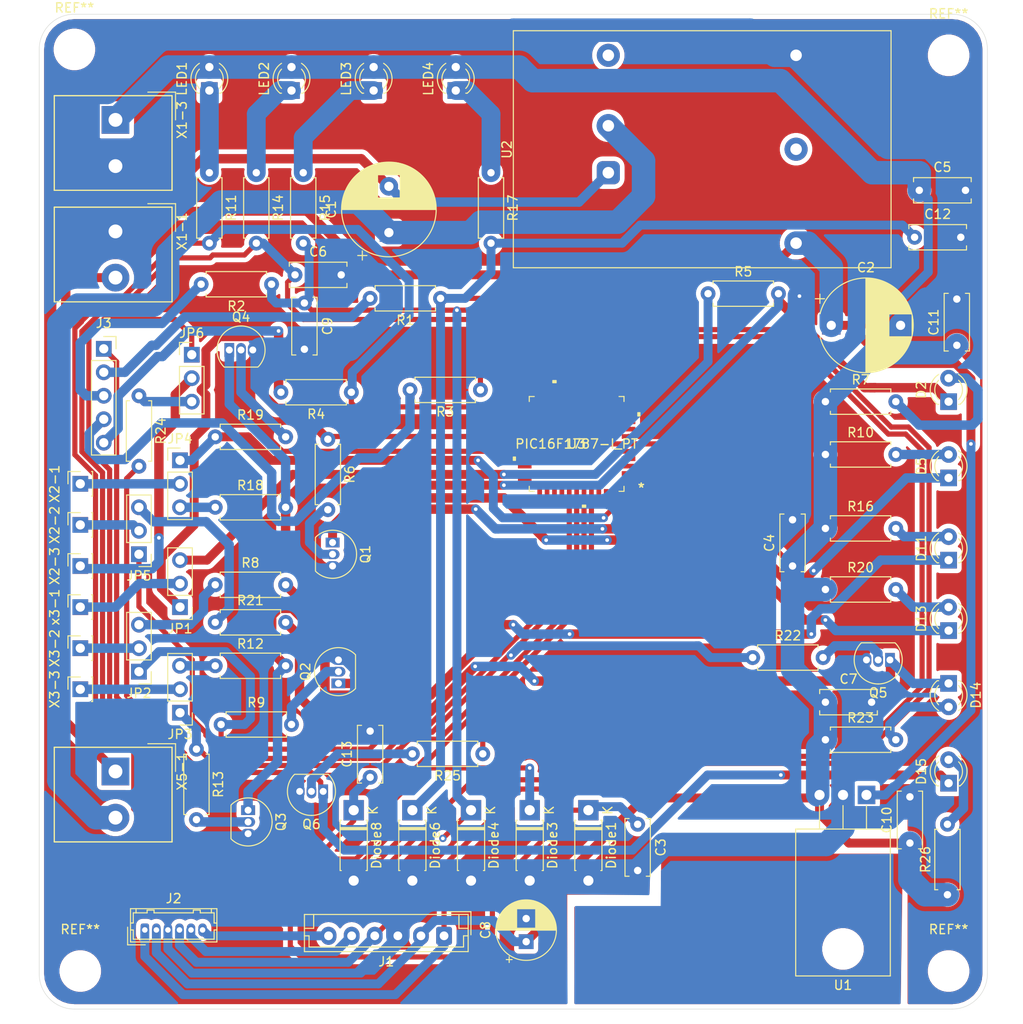
<source format=kicad_pcb>
(kicad_pcb (version 20171130) (host pcbnew "(5.1.10)-1")
  (layers (0 F.Cu signal) (31 B.Cu signal) (34 B.Paste user) (35 F.Paste user) (36 B.SilkS user) (37 F.SilkS user) (38 B.Mask user) (39 F.Mask user) (44 Edge.Cuts user))
  (net 0 "")
  (net 1 +48V)
  (net 2 "Net-(C1-Pad2)")
  (net 3 +12V)
  (net 4 0V)
  (net 5 RIGHT)
  (net 6 +5V)
  (net 7 LEFT)
  (net 8 REV)
  (net 9 FWD)
  (net 10 STOPSPEED)
  (net 11 "Net-(D2-Pad1)")
  (net 12 "Net-(D2-Pad2)")
  (net 13 "Net-(D5-Pad2)")
  (net 14 "Net-(D5-Pad1)")
  (net 15 "Net-(D11-Pad2)")
  (net 16 "Net-(D11-Pad1)")
  (net 17 "Net-(D13-Pad2)")
  (net 18 "Net-(D13-Pad1)")
  (net 19 "Net-(D14-Pad1)")
  (net 20 "Net-(D14-Pad2)")
  (net 21 "Net-(D15-Pad1)")
  (net 22 "Net-(D15-Pad2)")
  (net 23 "Net-(LED1-Pad1)")
  (net 24 "Net-(LED2-Pad1)")
  (net 25 "Net-(LED3-Pad1)")
  (net 26 "Net-(LED4-Pad1)")
  (net 27 "Net-(Q1-Pad2)")
  (net 28 "Net-(Q2-Pad2)")
  (net 29 "Net-(Q3-Pad2)")
  (net 30 "Net-(Q4-Pad2)")
  (net 31 "Net-(Q5-Pad2)")
  (net 32 "Net-(Q6-Pad2)")
  (net 33 "Net-(JP1-Pad3)")
  (net 34 STEP_L)
  (net 35 "Net-(JP2-Pad3)")
  (net 36 DIR_L)
  (net 37 "Net-(JP3-Pad3)")
  (net 38 ENA_L)
  (net 39 "Net-(JP4-Pad3)")
  (net 40 STEP_R)
  (net 41 "Net-(JP5-Pad3)")
  (net 42 DIR_R)
  (net 43 "Net-(JP6-Pad3)")
  (net 44 ENA_R)
  (net 45 "Net-(U2-Pad4)")
  (net 46 "Net-(U2-Pad6)")
  (net 47 MCLR\VPP)
  (net 48 "PGD(ICSPDAT)")
  (net 49 "PGC(ICDPCLK)")
  (net 50 "Net-(J1-Pad6)")
  (net 51 "Net-(J3-Pad2)")
  (net 52 "Net-(J3-Pad3)")
  (net 53 "Net-(J3-Pad4)")
  (net 54 "Net-(J3-Pad5)")
  (net 55 "Net-(JP1-Pad2)")
  (net 56 "Net-(JP2-Pad2)")
  (net 57 "Net-(JP3-Pad2)")
  (net 58 "Net-(JP4-Pad2)")
  (net 59 "Net-(JP5-Pad2)")
  (net 60 "Net-(JP6-Pad2)")
  (net 61 "Net-(U3-Pad1)")
  (net 62 FWD_LED)
  (net 63 REV_LED)
  (net 64 LEFT_LED)
  (net 65 RIGHT_LED)
  (net 66 "Net-(U3-Pad8)")
  (net 67 "Net-(U3-Pad9)")
  (net 68 "Net-(U3-Pad10)")
  (net 69 "Net-(U3-Pad11)")
  (net 70 "Net-(U3-Pad12)")
  (net 71 "Net-(U3-Pad13)")
  (net 72 "Net-(U3-Pad14)")
  (net 73 "Net-(U3-Pad15)")
  (net 74 "PGC(ICSPCLK)")
  (net 75 POTSPEED)
  (net 76 "Net-(U3-Pad24)")
  (net 77 "Net-(U3-Pad25)")
  (net 78 "Net-(U3-Pad26)")
  (net 79 "Net-(U3-Pad30)")
  (net 80 "Net-(U3-Pad31)")
  (net 81 "Net-(U3-Pad32)")
  (net 82 "Net-(U3-Pad33)")
  (net 83 "Net-(U3-Pad34)")
  (net 84 "Net-(U3-Pad35)")
  (net 85 "Net-(U3-Pad36)")
  (net 86 "Net-(U3-Pad37)")
  (net 87 "Net-(U3-Pad42)")
  (net 88 "Net-(U3-Pad43)")
  (module MountingHole:MountingHole_3.5mm (layer F.Cu) (at 171.45 50.8)
    (fp_text reference REF** (at 0 -4.5) (layer F.SilkS))
    (fp_text value MountingHole_3.5mm)
    (pad 1 np_thru_hole circle (at 0 0) (size 3.5 3.5) (drill 3.5) (layers *.Cu *.Mask))
  )
  (module MountingHole:MountingHole_3.5mm (layer F.Cu) (at 76.835 50.165)
    (fp_text reference REF** (at 0 -4.5) (layer F.SilkS))
    (fp_text value MountingHole_3.5mm)
    (pad 1 np_thru_hole circle (at 0 0) (size 3.5 3.5) (drill 3.5) (layers *.Cu *.Mask))
  )
  (module MountingHole:MountingHole_3.5mm (layer F.Cu) (at 77.47 149.86)
    (fp_text reference REF** (at 0 -4.5) (layer F.SilkS))
    (fp_text value MountingHole_3.5mm)
    (pad 1 np_thru_hole circle (at 0 0) (size 3.5 3.5) (drill 3.5) (layers *.Cu *.Mask))
  )
  (module MountingHole:MountingHole_3.5mm (layer F.Cu) (at 171.45 149.86)
    (fp_text reference REF** (at 0 -4.5) (layer F.SilkS))
    (fp_text value MountingHole_3.5mm)
    (pad 1 np_thru_hole circle (at 0 0) (size 3.5 3.5) (drill 3.5) (layers *.Cu *.Mask))
  )
  (module Capacitor_THT:CP_Radial_D10.0mm_P5.00mm (layer F.Cu) (at 110.871 69.977 90)
    (fp_text reference C1 (at 2.5 -6.25 90) (layer F.SilkS))
    (fp_text value 100u/100v)
    (pad 1 thru_hole rect (at 0 0 90) (size 2 2) (drill 1) (layers *.Cu *.Mask) (net 1 +48V))
    (pad 2 thru_hole circle (at 5 0 90) (size 2 2) (drill 1) (layers *.Cu *.Mask) (net 2 "Net-(C1-Pad2)"))
  )
  (module Capacitor_THT:CP_Radial_D10.0mm_P7.50mm (layer F.Cu) (at 158.75 80.01)
    (fp_text reference C2 (at 3.75 -6.25) (layer F.SilkS))
    (fp_text value 220u/63v)
    (pad 1 thru_hole rect (at 0 0) (size 2 2) (drill 1) (layers *.Cu *.Mask) (net 3 +12V))
    (pad 2 thru_hole circle (at 7.5 0) (size 2 2) (drill 1) (layers *.Cu *.Mask) (net 4 0V))
  )
  (module Capacitor_THT:C_Disc_D6.0mm_W2.5mm_P5.00mm (layer F.Cu) (at 137.795 133.985 270)
    (fp_text reference C3 (at 2.5 -2.5 90) (layer F.SilkS))
    (fp_text value 100n)
    (pad 1 thru_hole circle (at 0 0 270) (size 1.6 1.6) (drill 0.8) (layers *.Cu *.Mask) (net 5 RIGHT))
    (pad 2 thru_hole circle (at 5 0 270) (size 1.6 1.6) (drill 0.8) (layers *.Cu *.Mask) (net 4 0V))
  )
  (module Capacitor_THT:C_Disc_D6.0mm_W2.5mm_P5.00mm (layer F.Cu) (at 154.559 106.045 90)
    (fp_text reference C4 (at 2.5 -2.5 90) (layer F.SilkS))
    (fp_text value 10n)
    (pad 1 thru_hole circle (at 0 0 90) (size 1.6 1.6) (drill 0.8) (layers *.Cu *.Mask) (net 6 +5V))
    (pad 2 thru_hole circle (at 5 0 90) (size 1.6 1.6) (drill 0.8) (layers *.Cu *.Mask) (net 4 0V))
  )
  (module Capacitor_THT:C_Disc_D6.0mm_W2.5mm_P5.00mm (layer F.Cu) (at 168.275 65.405)
    (fp_text reference C5 (at 2.5 -2.5) (layer F.SilkS))
    (fp_text value 100n)
    (pad 2 thru_hole circle (at 5 0) (size 1.6 1.6) (drill 0.8) (layers *.Cu *.Mask) (net 4 0V))
    (pad 1 thru_hole circle (at 0 0) (size 1.6 1.6) (drill 0.8) (layers *.Cu *.Mask) (net 6 +5V))
  )
  (module Capacitor_THT:C_Disc_D6.0mm_W2.5mm_P5.00mm (layer F.Cu) (at 100.711 74.549)
    (fp_text reference C6 (at 2.5 -2.5) (layer F.SilkS))
    (fp_text value 100n)
    (pad 2 thru_hole circle (at 5 0) (size 1.6 1.6) (drill 0.8) (layers *.Cu *.Mask) (net 4 0V))
    (pad 1 thru_hole circle (at 0 0) (size 1.6 1.6) (drill 0.8) (layers *.Cu *.Mask) (net 7 LEFT))
  )
  (module Capacitor_THT:C_Disc_D6.0mm_W2.5mm_P5.00mm (layer F.Cu) (at 158.115 120.777)
    (fp_text reference C7 (at 2.5 -2.5) (layer F.SilkS))
    (fp_text value 100n)
    (pad 2 thru_hole circle (at 5 0) (size 1.6 1.6) (drill 0.8) (layers *.Cu *.Mask) (net 4 0V))
    (pad 1 thru_hole circle (at 0 0) (size 1.6 1.6) (drill 0.8) (layers *.Cu *.Mask) (net 6 +5V))
  )
  (module Capacitor_THT:CP_Radial_D6.3mm_P2.50mm (layer F.Cu) (at 125.73 146.685 90)
    (fp_text reference C8 (at 1.25 -4.4 90) (layer F.SilkS))
    (fp_text value 10u/63v)
    (pad 1 thru_hole rect (at 0 0 90) (size 1.6 1.6) (drill 0.8) (layers *.Cu *.Mask) (net 6 +5V))
    (pad 2 thru_hole circle (at 2.5 0 90) (size 1.6 1.6) (drill 0.8) (layers *.Cu *.Mask) (net 4 0V))
  )
  (module Capacitor_THT:C_Disc_D6.0mm_W2.5mm_P5.00mm (layer F.Cu) (at 101.727 77.597 270)
    (fp_text reference C9 (at 2.5 -2.5 90) (layer F.SilkS))
    (fp_text value 100n)
    (pad 1 thru_hole circle (at 0 0 270) (size 1.6 1.6) (drill 0.8) (layers *.Cu *.Mask) (net 8 REV))
    (pad 2 thru_hole circle (at 5 0 270) (size 1.6 1.6) (drill 0.8) (layers *.Cu *.Mask) (net 4 0V))
  )
  (module Capacitor_THT:C_Disc_D6.0mm_W2.5mm_P5.00mm (layer F.Cu) (at 167.259 136.017 90)
    (fp_text reference C10 (at 2.5 -2.5 90) (layer F.SilkS))
    (fp_text value 10n)
    (pad 1 thru_hole circle (at 0 0 90) (size 1.6 1.6) (drill 0.8) (layers *.Cu *.Mask) (net 6 +5V))
    (pad 2 thru_hole circle (at 5 0 90) (size 1.6 1.6) (drill 0.8) (layers *.Cu *.Mask) (net 4 0V))
  )
  (module Capacitor_THT:C_Disc_D6.0mm_W2.5mm_P5.00mm (layer F.Cu) (at 172.339 82.169 90)
    (fp_text reference C11 (at 2.5 -2.5 90) (layer F.SilkS))
    (fp_text value 100n)
    (pad 2 thru_hole circle (at 5 0 90) (size 1.6 1.6) (drill 0.8) (layers *.Cu *.Mask) (net 4 0V))
    (pad 1 thru_hole circle (at 0 0 90) (size 1.6 1.6) (drill 0.8) (layers *.Cu *.Mask) (net 6 +5V))
  )
  (module Capacitor_THT:C_Disc_D6.0mm_W2.5mm_P5.00mm (layer F.Cu) (at 167.767 70.485)
    (fp_text reference C12 (at 2.5 -2.5) (layer F.SilkS))
    (fp_text value 100n)
    (pad 2 thru_hole circle (at 5 0) (size 1.6 1.6) (drill 0.8) (layers *.Cu *.Mask) (net 4 0V))
    (pad 1 thru_hole circle (at 0 0) (size 1.6 1.6) (drill 0.8) (layers *.Cu *.Mask) (net 9 FWD))
  )
  (module Capacitor_THT:C_Disc_D6.0mm_W2.5mm_P5.00mm (layer F.Cu) (at 108.839 128.905 90)
    (fp_text reference C13 (at 2.5 -2.5 90) (layer F.SilkS))
    (fp_text value 100n)
    (pad 1 thru_hole circle (at 0 0 90) (size 1.6 1.6) (drill 0.8) (layers *.Cu *.Mask) (net 10 STOPSPEED))
    (pad 2 thru_hole circle (at 5 0 90) (size 1.6 1.6) (drill 0.8) (layers *.Cu *.Mask) (net 4 0V))
  )
  (module LED_THT:LED_D3.0mm_Clear (layer F.Cu) (at 171.45 88.265 90)
    (fp_text reference D2 (at 1.27 -2.96 90) (layer F.SilkS))
    (fp_text value LED)
    (pad 2 thru_hole circle (at 2.54 0 90) (size 1.8 1.8) (drill 0.9) (layers *.Cu *.Mask) (net 12 "Net-(D2-Pad2)"))
    (pad 1 thru_hole rect (at 0 0 90) (size 1.8 1.8) (drill 0.9) (layers *.Cu *.Mask) (net 11 "Net-(D2-Pad1)"))
  )
  (module LED_THT:LED_D3.0mm_Clear (layer F.Cu) (at 171.45 96.52 90)
    (fp_text reference D5 (at 1.27 -2.96 90) (layer F.SilkS))
    (fp_text value LED)
    (pad 2 thru_hole circle (at 2.54 0 90) (size 1.8 1.8) (drill 0.9) (layers *.Cu *.Mask) (net 13 "Net-(D5-Pad2)"))
    (pad 1 thru_hole rect (at 0 0 90) (size 1.8 1.8) (drill 0.9) (layers *.Cu *.Mask) (net 14 "Net-(D5-Pad1)"))
  )
  (module LED_THT:LED_D3.0mm_Clear (layer F.Cu) (at 171.45 105.41 90)
    (fp_text reference D11 (at 1.27 -2.96 90) (layer F.SilkS))
    (fp_text value LED)
    (pad 1 thru_hole rect (at 0 0 90) (size 1.8 1.8) (drill 0.9) (layers *.Cu *.Mask) (net 16 "Net-(D11-Pad1)"))
    (pad 2 thru_hole circle (at 2.54 0 90) (size 1.8 1.8) (drill 0.9) (layers *.Cu *.Mask) (net 15 "Net-(D11-Pad2)"))
  )
  (module LED_THT:LED_D3.0mm_Clear (layer F.Cu) (at 171.45 113.03 90)
    (fp_text reference D13 (at 1.27 -2.96 90) (layer F.SilkS))
    (fp_text value LED)
    (pad 2 thru_hole circle (at 2.54 0 90) (size 1.8 1.8) (drill 0.9) (layers *.Cu *.Mask) (net 17 "Net-(D13-Pad2)"))
    (pad 1 thru_hole rect (at 0 0 90) (size 1.8 1.8) (drill 0.9) (layers *.Cu *.Mask) (net 18 "Net-(D13-Pad1)"))
  )
  (module LED_THT:LED_D3.0mm_Clear (layer F.Cu) (at 171.45 118.745 270)
    (fp_text reference D14 (at 1.27 -2.96 90) (layer F.SilkS))
    (fp_text value LED)
    (pad 1 thru_hole rect (at 0 0 270) (size 1.8 1.8) (drill 0.9) (layers *.Cu *.Mask) (net 19 "Net-(D14-Pad1)"))
    (pad 2 thru_hole circle (at 2.54 0 270) (size 1.8 1.8) (drill 0.9) (layers *.Cu *.Mask) (net 20 "Net-(D14-Pad2)"))
  )
  (module LED_THT:LED_D3.0mm_Clear (layer F.Cu) (at 171.45 129.54 90)
    (fp_text reference D15 (at 1.27 -2.96 90) (layer F.SilkS))
    (fp_text value LED)
    (pad 2 thru_hole circle (at 2.54 0 90) (size 1.8 1.8) (drill 0.9) (layers *.Cu *.Mask) (net 22 "Net-(D15-Pad2)"))
    (pad 1 thru_hole rect (at 0 0 90) (size 1.8 1.8) (drill 0.9) (layers *.Cu *.Mask) (net 21 "Net-(D15-Pad1)"))
  )
  (module Diode_THT:D_DO-41_SOD81_P7.62mm_Horizontal (layer F.Cu) (at 132.461 132.461 270)
    (fp_text reference Diode1 (at 3.81 -2.47 90) (layer F.SilkS))
    (fp_text value 5V1/1W)
    (fp_text user K (at 0 -2.1 90) (layer F.SilkS))
    (pad 1 thru_hole rect (at 0 0 270) (size 2.2 2.2) (drill 1.1) (layers *.Cu *.Mask) (net 5 RIGHT))
    (pad 2 thru_hole oval (at 7.62 0 270) (size 2.2 2.2) (drill 1.1) (layers *.Cu *.Mask) (net 4 0V))
  )
  (module Diode_THT:D_DO-41_SOD81_P7.62mm_Horizontal (layer F.Cu) (at 126.111 132.461 270)
    (fp_text reference Diode3 (at 3.81 -2.47 90) (layer F.SilkS))
    (fp_text value 5V1/1W)
    (fp_text user K (at 0 -2.1 90) (layer F.SilkS))
    (pad 1 thru_hole rect (at 0 0 270) (size 2.2 2.2) (drill 1.1) (layers *.Cu *.Mask) (net 7 LEFT))
    (pad 2 thru_hole oval (at 7.62 0 270) (size 2.2 2.2) (drill 1.1) (layers *.Cu *.Mask) (net 4 0V))
  )
  (module Diode_THT:D_DO-41_SOD81_P7.62mm_Horizontal (layer F.Cu) (at 119.761 132.461 270)
    (fp_text reference Diode4 (at 3.81 -2.47 90) (layer F.SilkS))
    (fp_text value 5V1/1W)
    (fp_text user K (at 0 -2.1 90) (layer F.SilkS))
    (pad 2 thru_hole oval (at 7.62 0 270) (size 2.2 2.2) (drill 1.1) (layers *.Cu *.Mask) (net 4 0V))
    (pad 1 thru_hole rect (at 0 0 270) (size 2.2 2.2) (drill 1.1) (layers *.Cu *.Mask) (net 8 REV))
  )
  (module Diode_THT:D_DO-41_SOD81_P7.62mm_Horizontal (layer F.Cu) (at 113.411 132.461 270)
    (fp_text reference Diode6 (at 3.81 -2.47 90) (layer F.SilkS))
    (fp_text value 5V1/1W)
    (fp_text user K (at 0 -2.1 90) (layer F.SilkS))
    (pad 2 thru_hole oval (at 7.62 0 270) (size 2.2 2.2) (drill 1.1) (layers *.Cu *.Mask) (net 4 0V))
    (pad 1 thru_hole rect (at 0 0 270) (size 2.2 2.2) (drill 1.1) (layers *.Cu *.Mask) (net 9 FWD))
  )
  (module Diode_THT:D_DO-41_SOD81_P7.62mm_Horizontal (layer F.Cu) (at 107.061 132.461 270)
    (fp_text reference Diode8 (at 3.81 -2.47 90) (layer F.SilkS))
    (fp_text value 5V1/1W)
    (fp_text user K (at 0 -2.1 90) (layer F.SilkS))
    (pad 1 thru_hole rect (at 0 0 270) (size 2.2 2.2) (drill 1.1) (layers *.Cu *.Mask) (net 10 STOPSPEED))
    (pad 2 thru_hole oval (at 7.62 0 270) (size 2.2 2.2) (drill 1.1) (layers *.Cu *.Mask) (net 4 0V))
  )
  (module Connector_JST:JST_EH_B6B-EH-A_1x06_P2.50mm_Vertical (layer F.Cu) (at 116.84 146.05 180)
    (fp_text reference J1 (at 6.25 -2.8) (layer F.SilkS))
    (fp_text value "PICKIT-3 Programming")
    (pad 1 thru_hole roundrect (at 0 0 180) (size 1.7 1.95) (drill 0.95) (layers *.Cu *.Mask) (roundrect_rratio 0.1470588235294118) (net 47 MCLR\VPP))
    (pad 2 thru_hole oval (at 2.5 0 180) (size 1.7 1.95) (drill 0.95) (layers *.Cu *.Mask) (net 6 +5V))
    (pad 3 thru_hole oval (at 5 0 180) (size 1.7 1.95) (drill 0.95) (layers *.Cu *.Mask) (net 4 0V))
    (pad 4 thru_hole oval (at 7.5 0 180) (size 1.7 1.95) (drill 0.95) (layers *.Cu *.Mask) (net 48 "PGD(ICSPDAT)"))
    (pad 5 thru_hole oval (at 10 0 180) (size 1.7 1.95) (drill 0.95) (layers *.Cu *.Mask) (net 49 "PGC(ICDPCLK)"))
    (pad 6 thru_hole oval (at 12.5 0 180) (size 1.7 1.95) (drill 0.95) (layers *.Cu *.Mask) (net 50 "Net-(J1-Pad6)"))
  )
  (module Connector_Hirose:Hirose_DF13-06P-1.25DSA_1x06_P1.25mm_Vertical (layer F.Cu) (at 84.455 145.415)
    (fp_text reference J2 (at 3.12 -3.4) (layer F.SilkS))
    (fp_text value Adapter)
    (pad 1 thru_hole roundrect (at 0 0) (size 0.9 1.4) (drill 0.6) (layers *.Cu *.Mask) (net 47 MCLR\VPP))
    (pad 2 thru_hole oval (at 1.25 0) (size 0.9 1.4) (drill 0.6) (layers *.Cu *.Mask) (net 6 +5V))
    (pad 3 thru_hole oval (at 2.5 0) (size 0.9 1.4) (drill 0.6) (layers *.Cu *.Mask) (net 4 0V))
    (pad 4 thru_hole oval (at 3.75 0) (size 0.9 1.4) (drill 0.6) (layers *.Cu *.Mask) (net 48 "PGD(ICSPDAT)"))
    (pad 5 thru_hole oval (at 5 0) (size 0.9 1.4) (drill 0.6) (layers *.Cu *.Mask) (net 49 "PGC(ICDPCLK)"))
    (pad 6 thru_hole oval (at 6.25 0) (size 0.9 1.4) (drill 0.6) (layers *.Cu *.Mask) (net 50 "Net-(J1-Pad6)"))
  )
  (module Connector_PinSocket_2.54mm:PinSocket_1x05_P2.54mm_Vertical (layer F.Cu) (at 80.01 82.55)
    (fp_text reference J3 (at 0 -2.77) (layer F.SilkS))
    (fp_text value Screw_Terminal_01x05)
    (pad 1 thru_hole rect (at 0 0) (size 1.7 1.7) (drill 1) (layers *.Cu *.Mask) (net 10 STOPSPEED))
    (pad 2 thru_hole oval (at 0 2.54) (size 1.7 1.7) (drill 1) (layers *.Cu *.Mask) (net 51 "Net-(J3-Pad2)"))
    (pad 3 thru_hole oval (at 0 5.08) (size 1.7 1.7) (drill 1) (layers *.Cu *.Mask) (net 52 "Net-(J3-Pad3)"))
    (pad 4 thru_hole oval (at 0 7.62) (size 1.7 1.7) (drill 1) (layers *.Cu *.Mask) (net 53 "Net-(J3-Pad4)"))
    (pad 5 thru_hole oval (at 0 10.16) (size 1.7 1.7) (drill 1) (layers *.Cu *.Mask) (net 54 "Net-(J3-Pad5)"))
  )
  (module Connector_PinHeader_2.54mm:PinHeader_1x03_P2.54mm_Vertical (layer F.Cu) (at 88.265 110.49 180)
    (fp_text reference JP1 (at 0 -2.33) (layer F.SilkS))
    (fp_text value 0)
    (pad 1 thru_hole rect (at 0 0 180) (size 1.7 1.7) (drill 1) (layers *.Cu *.Mask) (net 34 STEP_L))
    (pad 2 thru_hole oval (at 0 2.54 180) (size 1.7 1.7) (drill 1) (layers *.Cu *.Mask) (net 55 "Net-(JP1-Pad2)"))
    (pad 3 thru_hole oval (at 0 5.08 180) (size 1.7 1.7) (drill 1) (layers *.Cu *.Mask) (net 33 "Net-(JP1-Pad3)"))
  )
  (module Connector_PinHeader_2.54mm:PinHeader_1x03_P2.54mm_Vertical (layer F.Cu) (at 83.82 117.475 180)
    (fp_text reference JP2 (at 0 -2.33) (layer F.SilkS))
    (fp_text value " ")
    (pad 3 thru_hole oval (at 0 5.08 180) (size 1.7 1.7) (drill 1) (layers *.Cu *.Mask) (net 35 "Net-(JP2-Pad3)"))
    (pad 2 thru_hole oval (at 0 2.54 180) (size 1.7 1.7) (drill 1) (layers *.Cu *.Mask) (net 56 "Net-(JP2-Pad2)"))
    (pad 1 thru_hole rect (at 0 0 180) (size 1.7 1.7) (drill 1) (layers *.Cu *.Mask) (net 36 DIR_L))
  )
  (module Connector_PinHeader_2.54mm:PinHeader_1x03_P2.54mm_Vertical (layer F.Cu) (at 88.265 121.92 180)
    (fp_text reference JP3 (at 0 -2.33) (layer F.SilkS))
    (fp_text value 0)
    (pad 1 thru_hole rect (at 0 0 180) (size 1.7 1.7) (drill 1) (layers *.Cu *.Mask) (net 38 ENA_L))
    (pad 2 thru_hole oval (at 0 2.54 180) (size 1.7 1.7) (drill 1) (layers *.Cu *.Mask) (net 57 "Net-(JP3-Pad2)"))
    (pad 3 thru_hole oval (at 0 5.08 180) (size 1.7 1.7) (drill 1) (layers *.Cu *.Mask) (net 37 "Net-(JP3-Pad3)"))
  )
  (module Connector_PinHeader_2.54mm:PinHeader_1x03_P2.54mm_Vertical (layer F.Cu) (at 88.265 94.615)
    (fp_text reference JP4 (at 0 -2.33) (layer F.SilkS))
    (fp_text value " ")
    (pad 3 thru_hole oval (at 0 5.08) (size 1.7 1.7) (drill 1) (layers *.Cu *.Mask) (net 39 "Net-(JP4-Pad3)"))
    (pad 2 thru_hole oval (at 0 2.54) (size 1.7 1.7) (drill 1) (layers *.Cu *.Mask) (net 58 "Net-(JP4-Pad2)"))
    (pad 1 thru_hole rect (at 0 0) (size 1.7 1.7) (drill 1) (layers *.Cu *.Mask) (net 40 STEP_R))
  )
  (module Connector_PinHeader_2.54mm:PinHeader_1x03_P2.54mm_Vertical (layer F.Cu) (at 83.82 104.775 180)
    (fp_text reference JP5 (at 0 -2.33) (layer F.SilkS))
    (fp_text value " ")
    (pad 3 thru_hole oval (at 0 5.08 180) (size 1.7 1.7) (drill 1) (layers *.Cu *.Mask) (net 41 "Net-(JP5-Pad3)"))
    (pad 2 thru_hole oval (at 0 2.54 180) (size 1.7 1.7) (drill 1) (layers *.Cu *.Mask) (net 59 "Net-(JP5-Pad2)"))
    (pad 1 thru_hole rect (at 0 0 180) (size 1.7 1.7) (drill 1) (layers *.Cu *.Mask) (net 42 DIR_R))
  )
  (module Connector_PinHeader_2.54mm:PinHeader_1x03_P2.54mm_Vertical (layer F.Cu) (at 89.535 83.185)
    (fp_text reference JP6 (at 0 -2.33) (layer F.SilkS))
    (fp_text value " ")
    (pad 1 thru_hole rect (at 0 0) (size 1.7 1.7) (drill 1) (layers *.Cu *.Mask) (net 44 ENA_R))
    (pad 2 thru_hole oval (at 0 2.54) (size 1.7 1.7) (drill 1) (layers *.Cu *.Mask) (net 60 "Net-(JP6-Pad2)"))
    (pad 3 thru_hole oval (at 0 5.08) (size 1.7 1.7) (drill 1) (layers *.Cu *.Mask) (net 43 "Net-(JP6-Pad3)"))
  )
  (module LED_THT:LED_D3.0mm_Clear (layer F.Cu) (at 91.44 54.61 90)
    (fp_text reference LED1 (at 1.27 -2.96 90) (layer F.SilkS))
    (fp_text value FWD)
    (pad 2 thru_hole circle (at 2.54 0 90) (size 1.8 1.8) (drill 0.9) (layers *.Cu *.Mask) (net 6 +5V))
    (pad 1 thru_hole rect (at 0 0 90) (size 1.8 1.8) (drill 0.9) (layers *.Cu *.Mask) (net 23 "Net-(LED1-Pad1)"))
  )
  (module LED_THT:LED_D3.0mm_Clear (layer F.Cu) (at 100.33 54.61 90)
    (fp_text reference LED2 (at 1.27 -2.96 90) (layer F.SilkS))
    (fp_text value REV)
    (pad 1 thru_hole rect (at 0 0 90) (size 1.8 1.8) (drill 0.9) (layers *.Cu *.Mask) (net 24 "Net-(LED2-Pad1)"))
    (pad 2 thru_hole circle (at 2.54 0 90) (size 1.8 1.8) (drill 0.9) (layers *.Cu *.Mask) (net 6 +5V))
  )
  (module LED_THT:LED_D3.0mm_Clear (layer F.Cu) (at 109.22 54.61 90)
    (fp_text reference LED3 (at 1.27 -2.96 90) (layer F.SilkS))
    (fp_text value LEFT)
    (pad 1 thru_hole rect (at 0 0 90) (size 1.8 1.8) (drill 0.9) (layers *.Cu *.Mask) (net 25 "Net-(LED3-Pad1)"))
    (pad 2 thru_hole circle (at 2.54 0 90) (size 1.8 1.8) (drill 0.9) (layers *.Cu *.Mask) (net 6 +5V))
  )
  (module LED_THT:LED_D3.0mm_Clear (layer F.Cu) (at 118.11 54.61 90)
    (fp_text reference LED4 (at 1.27 -2.96 90) (layer F.SilkS))
    (fp_text value RIGHT)
    (pad 1 thru_hole rect (at 0 0 90) (size 1.8 1.8) (drill 0.9) (layers *.Cu *.Mask) (net 26 "Net-(LED4-Pad1)"))
    (pad 2 thru_hole circle (at 2.54 0 90) (size 1.8 1.8) (drill 0.9) (layers *.Cu *.Mask) (net 6 +5V))
  )
  (module Package_TO_SOT_THT:TO-92_Inline (layer F.Cu) (at 104.775 103.505 270)
    (fp_text reference Q1 (at 1.27 -3.56 90) (layer F.SilkS))
    (fp_text value BS170)
    (pad 1 thru_hole rect (at 0 0 270) (size 1.05 1.5) (drill 0.75) (layers *.Cu *.Mask) (net 11 "Net-(D2-Pad1)"))
    (pad 3 thru_hole oval (at 2.54 0 270) (size 1.05 1.5) (drill 0.75) (layers *.Cu *.Mask) (net 4 0V))
    (pad 2 thru_hole oval (at 1.27 0 270) (size 1.05 1.5) (drill 0.75) (layers *.Cu *.Mask) (net 27 "Net-(Q1-Pad2)"))
  )
  (module Package_TO_SOT_THT:TO-92_Inline (layer F.Cu) (at 105.41 118.745 90)
    (fp_text reference Q2 (at 1.27 -3.56 90) (layer F.SilkS))
    (fp_text value BS170)
    (pad 1 thru_hole rect (at 0 0 90) (size 1.05 1.5) (drill 0.75) (layers *.Cu *.Mask) (net 14 "Net-(D5-Pad1)"))
    (pad 3 thru_hole oval (at 2.54 0 90) (size 1.05 1.5) (drill 0.75) (layers *.Cu *.Mask) (net 4 0V))
    (pad 2 thru_hole oval (at 1.27 0 90) (size 1.05 1.5) (drill 0.75) (layers *.Cu *.Mask) (net 28 "Net-(Q2-Pad2)"))
  )
  (module Package_TO_SOT_THT:TO-92_Inline (layer F.Cu) (at 95.631 132.461 270)
    (fp_text reference Q3 (at 1.27 -3.56 90) (layer F.SilkS))
    (fp_text value BS170)
    (pad 2 thru_hole oval (at 1.27 0 270) (size 1.05 1.5) (drill 0.75) (layers *.Cu *.Mask) (net 29 "Net-(Q3-Pad2)"))
    (pad 3 thru_hole oval (at 2.54 0 270) (size 1.05 1.5) (drill 0.75) (layers *.Cu *.Mask) (net 4 0V))
    (pad 1 thru_hole rect (at 0 0 270) (size 1.05 1.5) (drill 0.75) (layers *.Cu *.Mask) (net 16 "Net-(D11-Pad1)"))
  )
  (module Package_TO_SOT_THT:TO-92_Inline (layer F.Cu) (at 93.599 82.677)
    (fp_text reference Q4 (at 1.27 -3.56) (layer F.SilkS))
    (fp_text value BS170)
    (pad 1 thru_hole rect (at 0 0) (size 1.05 1.5) (drill 0.75) (layers *.Cu *.Mask) (net 18 "Net-(D13-Pad1)"))
    (pad 3 thru_hole oval (at 2.54 0) (size 1.05 1.5) (drill 0.75) (layers *.Cu *.Mask) (net 4 0V))
    (pad 2 thru_hole oval (at 1.27 0) (size 1.05 1.5) (drill 0.75) (layers *.Cu *.Mask) (net 30 "Net-(Q4-Pad2)"))
  )
  (module Package_TO_SOT_THT:TO-92_Inline (layer F.Cu) (at 165.1 116.205 180)
    (fp_text reference Q5 (at 1.27 -3.56) (layer F.SilkS))
    (fp_text value BS170)
    (pad 2 thru_hole oval (at 1.27 0 180) (size 1.05 1.5) (drill 0.75) (layers *.Cu *.Mask) (net 31 "Net-(Q5-Pad2)"))
    (pad 3 thru_hole oval (at 2.54 0 180) (size 1.05 1.5) (drill 0.75) (layers *.Cu *.Mask) (net 4 0V))
    (pad 1 thru_hole rect (at 0 0 180) (size 1.05 1.5) (drill 0.75) (layers *.Cu *.Mask) (net 19 "Net-(D14-Pad1)"))
  )
  (module Package_TO_SOT_THT:TO-92_Inline (layer F.Cu) (at 103.759 130.429 180)
    (fp_text reference Q6 (at 1.27 -3.56) (layer F.SilkS))
    (fp_text value BS170)
    (pad 2 thru_hole oval (at 1.27 0 180) (size 1.05 1.5) (drill 0.75) (layers *.Cu *.Mask) (net 32 "Net-(Q6-Pad2)"))
    (pad 3 thru_hole oval (at 2.54 0 180) (size 1.05 1.5) (drill 0.75) (layers *.Cu *.Mask) (net 4 0V))
    (pad 1 thru_hole rect (at 0 0 180) (size 1.05 1.5) (drill 0.75) (layers *.Cu *.Mask) (net 21 "Net-(D15-Pad1)"))
  )
  (module Resistor_THT:R_Axial_DIN0207_L6.3mm_D2.5mm_P7.62mm_Horizontal (layer F.Cu) (at 116.459 77.089 180)
    (fp_text reference R1 (at 3.81 -2.37) (layer F.SilkS))
    (fp_text value 560)
    (pad 2 thru_hole oval (at 7.62 0 180) (size 1.6 1.6) (drill 0.8) (layers *.Cu *.Mask) (net 51 "Net-(J3-Pad2)"))
    (pad 1 thru_hole circle (at 0 0 180) (size 1.6 1.6) (drill 0.8) (layers *.Cu *.Mask) (net 9 FWD))
  )
  (module Resistor_THT:R_Axial_DIN0207_L6.3mm_D2.5mm_P7.62mm_Horizontal (layer F.Cu) (at 98.171 75.565 180)
    (fp_text reference R2 (at 3.81 -2.37) (layer F.SilkS))
    (fp_text value 560)
    (pad 2 thru_hole oval (at 7.62 0 180) (size 1.6 1.6) (drill 0.8) (layers *.Cu *.Mask) (net 52 "Net-(J3-Pad3)"))
    (pad 1 thru_hole circle (at 0 0 180) (size 1.6 1.6) (drill 0.8) (layers *.Cu *.Mask) (net 8 REV))
  )
  (module Resistor_THT:R_Axial_DIN0207_L6.3mm_D2.5mm_P7.62mm_Horizontal (layer F.Cu) (at 120.777 86.995 180)
    (fp_text reference R3 (at 3.81 -2.37) (layer F.SilkS))
    (fp_text value 560)
    (pad 2 thru_hole oval (at 7.62 0 180) (size 1.6 1.6) (drill 0.8) (layers *.Cu *.Mask) (net 53 "Net-(J3-Pad4)"))
    (pad 1 thru_hole circle (at 0 0 180) (size 1.6 1.6) (drill 0.8) (layers *.Cu *.Mask) (net 7 LEFT))
  )
  (module Resistor_THT:R_Axial_DIN0207_L6.3mm_D2.5mm_P7.62mm_Horizontal (layer F.Cu) (at 106.807 87.249 180)
    (fp_text reference R4 (at 3.81 -2.37) (layer F.SilkS))
    (fp_text value 560)
    (pad 1 thru_hole circle (at 0 0 180) (size 1.6 1.6) (drill 0.8) (layers *.Cu *.Mask) (net 5 RIGHT))
    (pad 2 thru_hole oval (at 7.62 0 180) (size 1.6 1.6) (drill 0.8) (layers *.Cu *.Mask) (net 54 "Net-(J3-Pad5)"))
  )
  (module Resistor_THT:R_Axial_DIN0207_L6.3mm_D2.5mm_P7.62mm_Horizontal (layer F.Cu) (at 145.415 76.581)
    (fp_text reference R5 (at 3.81 -2.37) (layer F.SilkS))
    (fp_text value 0R)
    (pad 2 thru_hole oval (at 7.62 0) (size 1.6 1.6) (drill 0.8) (layers *.Cu *.Mask) (net 11 "Net-(D2-Pad1)"))
    (pad 1 thru_hole circle (at 0 0) (size 1.6 1.6) (drill 0.8) (layers *.Cu *.Mask) (net 33 "Net-(JP1-Pad3)"))
  )
  (module Resistor_THT:R_Axial_DIN0207_L6.3mm_D2.5mm_P7.62mm_Horizontal (layer F.Cu) (at 104.267 92.329 270)
    (fp_text reference R6 (at 3.81 -2.37 90) (layer F.SilkS))
    (fp_text value 100)
    (pad 2 thru_hole oval (at 7.62 0 270) (size 1.6 1.6) (drill 0.8) (layers *.Cu *.Mask) (net 27 "Net-(Q1-Pad2)"))
    (pad 1 thru_hole circle (at 0 0 270) (size 1.6 1.6) (drill 0.8) (layers *.Cu *.Mask) (net 34 STEP_L))
  )
  (module Resistor_THT:R_Axial_DIN0207_L6.3mm_D2.5mm_P7.62mm_Horizontal (layer F.Cu) (at 158.115 88.265)
    (fp_text reference R7 (at 3.81 -2.37) (layer F.SilkS))
    (fp_text value 560)
    (pad 1 thru_hole circle (at 0 0) (size 1.6 1.6) (drill 0.8) (layers *.Cu *.Mask) (net 6 +5V))
    (pad 2 thru_hole oval (at 7.62 0) (size 1.6 1.6) (drill 0.8) (layers *.Cu *.Mask) (net 12 "Net-(D2-Pad2)"))
  )
  (module Resistor_THT:R_Axial_DIN0207_L6.3mm_D2.5mm_P7.62mm_Horizontal (layer F.Cu) (at 92.075 108.077)
    (fp_text reference R8 (at 3.81 -2.37) (layer F.SilkS))
    (fp_text value 0R)
    (pad 2 thru_hole oval (at 7.62 0) (size 1.6 1.6) (drill 0.8) (layers *.Cu *.Mask) (net 14 "Net-(D5-Pad1)"))
    (pad 1 thru_hole circle (at 0 0) (size 1.6 1.6) (drill 0.8) (layers *.Cu *.Mask) (net 35 "Net-(JP2-Pad3)"))
  )
  (module Resistor_THT:R_Axial_DIN0207_L6.3mm_D2.5mm_P7.62mm_Horizontal (layer F.Cu) (at 92.71 123.19)
    (fp_text reference R9 (at 3.81 -2.37) (layer F.SilkS))
    (fp_text value 100)
    (pad 1 thru_hole circle (at 0 0) (size 1.6 1.6) (drill 0.8) (layers *.Cu *.Mask) (net 36 DIR_L))
    (pad 2 thru_hole oval (at 7.62 0) (size 1.6 1.6) (drill 0.8) (layers *.Cu *.Mask) (net 28 "Net-(Q2-Pad2)"))
  )
  (module Resistor_THT:R_Axial_DIN0207_L6.3mm_D2.5mm_P7.62mm_Horizontal (layer F.Cu) (at 158.115 93.98)
    (fp_text reference R10 (at 3.81 -2.37) (layer F.SilkS))
    (fp_text value 560)
    (pad 1 thru_hole circle (at 0 0) (size 1.6 1.6) (drill 0.8) (layers *.Cu *.Mask) (net 6 +5V))
    (pad 2 thru_hole oval (at 7.62 0) (size 1.6 1.6) (drill 0.8) (layers *.Cu *.Mask) (net 13 "Net-(D5-Pad2)"))
  )
  (module Resistor_THT:R_Axial_DIN0207_L6.3mm_D2.5mm_P7.62mm_Horizontal (layer F.Cu) (at 91.44 63.5 270)
    (fp_text reference R11 (at 3.81 -2.37 90) (layer F.SilkS))
    (fp_text value 560)
    (pad 1 thru_hole circle (at 0 0 270) (size 1.6 1.6) (drill 0.8) (layers *.Cu *.Mask) (net 23 "Net-(LED1-Pad1)"))
    (pad 2 thru_hole oval (at 7.62 0 270) (size 1.6 1.6) (drill 0.8) (layers *.Cu *.Mask) (net 5 RIGHT))
  )
  (module Resistor_THT:R_Axial_DIN0207_L6.3mm_D2.5mm_P7.62mm_Horizontal (layer F.Cu) (at 92.075 116.84)
    (fp_text reference R12 (at 3.81 -2.37) (layer F.SilkS))
    (fp_text value 0R)
    (pad 2 thru_hole oval (at 7.62 0) (size 1.6 1.6) (drill 0.8) (layers *.Cu *.Mask) (net 16 "Net-(D11-Pad1)"))
    (pad 1 thru_hole circle (at 0 0) (size 1.6 1.6) (drill 0.8) (layers *.Cu *.Mask) (net 37 "Net-(JP3-Pad3)"))
  )
  (module Resistor_THT:R_Axial_DIN0207_L6.3mm_D2.5mm_P7.62mm_Horizontal (layer F.Cu) (at 90.043 125.857 270)
    (fp_text reference R13 (at 3.81 -2.37 90) (layer F.SilkS))
    (fp_text value 100)
    (pad 1 thru_hole circle (at 0 0 270) (size 1.6 1.6) (drill 0.8) (layers *.Cu *.Mask) (net 38 ENA_L))
    (pad 2 thru_hole oval (at 7.62 0 270) (size 1.6 1.6) (drill 0.8) (layers *.Cu *.Mask) (net 29 "Net-(Q3-Pad2)"))
  )
  (module Resistor_THT:R_Axial_DIN0207_L6.3mm_D2.5mm_P7.62mm_Horizontal (layer F.Cu) (at 96.52 63.5 270)
    (fp_text reference R14 (at 3.81 -2.37 90) (layer F.SilkS))
    (fp_text value 560)
    (pad 2 thru_hole oval (at 7.62 0 270) (size 1.6 1.6) (drill 0.8) (layers *.Cu *.Mask) (net 7 LEFT))
    (pad 1 thru_hole circle (at 0 0 270) (size 1.6 1.6) (drill 0.8) (layers *.Cu *.Mask) (net 24 "Net-(LED2-Pad1)"))
  )
  (module Resistor_THT:R_Axial_DIN0207_L6.3mm_D2.5mm_P7.62mm_Horizontal (layer F.Cu) (at 101.6 63.5 270)
    (fp_text reference R15 (at 3.81 -2.37 90) (layer F.SilkS))
    (fp_text value 560)
    (pad 1 thru_hole circle (at 0 0 270) (size 1.6 1.6) (drill 0.8) (layers *.Cu *.Mask) (net 25 "Net-(LED3-Pad1)"))
    (pad 2 thru_hole oval (at 7.62 0 270) (size 1.6 1.6) (drill 0.8) (layers *.Cu *.Mask) (net 8 REV))
  )
  (module Resistor_THT:R_Axial_DIN0207_L6.3mm_D2.5mm_P7.62mm_Horizontal (layer F.Cu) (at 158.115 101.981)
    (fp_text reference R16 (at 3.81 -2.37) (layer F.SilkS))
    (fp_text value 560)
    (pad 1 thru_hole circle (at 0 0) (size 1.6 1.6) (drill 0.8) (layers *.Cu *.Mask) (net 6 +5V))
    (pad 2 thru_hole oval (at 7.62 0) (size 1.6 1.6) (drill 0.8) (layers *.Cu *.Mask) (net 15 "Net-(D11-Pad2)"))
  )
  (module Resistor_THT:R_Axial_DIN0207_L6.3mm_D2.5mm_P7.62mm_Horizontal (layer F.Cu) (at 121.92 63.5 270)
    (fp_text reference R17 (at 3.81 -2.37 90) (layer F.SilkS))
    (fp_text value 560)
    (pad 2 thru_hole oval (at 7.62 0 270) (size 1.6 1.6) (drill 0.8) (layers *.Cu *.Mask) (net 9 FWD))
    (pad 1 thru_hole circle (at 0 0 270) (size 1.6 1.6) (drill 0.8) (layers *.Cu *.Mask) (net 26 "Net-(LED4-Pad1)"))
  )
  (module Resistor_THT:R_Axial_DIN0207_L6.3mm_D2.5mm_P7.62mm_Horizontal (layer F.Cu) (at 92.075 99.695)
    (fp_text reference R18 (at 3.81 -2.37) (layer F.SilkS))
    (fp_text value 0R)
    (pad 2 thru_hole oval (at 7.62 0) (size 1.6 1.6) (drill 0.8) (layers *.Cu *.Mask) (net 18 "Net-(D13-Pad1)"))
    (pad 1 thru_hole circle (at 0 0) (size 1.6 1.6) (drill 0.8) (layers *.Cu *.Mask) (net 39 "Net-(JP4-Pad3)"))
  )
  (module Resistor_THT:R_Axial_DIN0207_L6.3mm_D2.5mm_P7.62mm_Horizontal (layer F.Cu) (at 92.075 92.075)
    (fp_text reference R19 (at 3.81 -2.37) (layer F.SilkS))
    (fp_text value 100)
    (pad 2 thru_hole oval (at 7.62 0) (size 1.6 1.6) (drill 0.8) (layers *.Cu *.Mask) (net 30 "Net-(Q4-Pad2)"))
    (pad 1 thru_hole circle (at 0 0) (size 1.6 1.6) (drill 0.8) (layers *.Cu *.Mask) (net 40 STEP_R))
  )
  (module Resistor_THT:R_Axial_DIN0207_L6.3mm_D2.5mm_P7.62mm_Horizontal (layer F.Cu) (at 158.115 108.585)
    (fp_text reference R20 (at 3.81 -2.37) (layer F.SilkS))
    (fp_text value 560)
    (pad 1 thru_hole circle (at 0 0) (size 1.6 1.6) (drill 0.8) (layers *.Cu *.Mask) (net 6 +5V))
    (pad 2 thru_hole oval (at 7.62 0) (size 1.6 1.6) (drill 0.8) (layers *.Cu *.Mask) (net 17 "Net-(D13-Pad2)"))
  )
  (module Resistor_THT:R_Axial_DIN0207_L6.3mm_D2.5mm_P7.62mm_Horizontal (layer F.Cu) (at 92.075 112.141)
    (fp_text reference R21 (at 3.81 -2.37) (layer F.SilkS))
    (fp_text value 0R)
    (pad 1 thru_hole circle (at 0 0) (size 1.6 1.6) (drill 0.8) (layers *.Cu *.Mask) (net 41 "Net-(JP5-Pad3)"))
    (pad 2 thru_hole oval (at 7.62 0) (size 1.6 1.6) (drill 0.8) (layers *.Cu *.Mask) (net 19 "Net-(D14-Pad1)"))
  )
  (module Resistor_THT:R_Axial_DIN0207_L6.3mm_D2.5mm_P7.62mm_Horizontal (layer F.Cu) (at 150.241 115.951)
    (fp_text reference R22 (at 3.81 -2.37) (layer F.SilkS))
    (fp_text value 100)
    (pad 1 thru_hole circle (at 0 0) (size 1.6 1.6) (drill 0.8) (layers *.Cu *.Mask) (net 42 DIR_R))
    (pad 2 thru_hole oval (at 7.62 0) (size 1.6 1.6) (drill 0.8) (layers *.Cu *.Mask) (net 31 "Net-(Q5-Pad2)"))
  )
  (module Resistor_THT:R_Axial_DIN0207_L6.3mm_D2.5mm_P7.62mm_Horizontal (layer F.Cu) (at 158.115 124.841)
    (fp_text reference R23 (at 3.81 -2.37) (layer F.SilkS))
    (fp_text value 560)
    (pad 2 thru_hole oval (at 7.62 0) (size 1.6 1.6) (drill 0.8) (layers *.Cu *.Mask) (net 20 "Net-(D14-Pad2)"))
    (pad 1 thru_hole circle (at 0 0) (size 1.6 1.6) (drill 0.8) (layers *.Cu *.Mask) (net 6 +5V))
  )
  (module Resistor_THT:R_Axial_DIN0207_L6.3mm_D2.5mm_P7.62mm_Horizontal (layer F.Cu) (at 83.82 87.63 270)
    (fp_text reference R24 (at 3.81 -2.37 90) (layer F.SilkS))
    (fp_text value 0R)
    (pad 2 thru_hole oval (at 7.62 0 270) (size 1.6 1.6) (drill 0.8) (layers *.Cu *.Mask) (net 21 "Net-(D15-Pad1)"))
    (pad 1 thru_hole circle (at 0 0 270) (size 1.6 1.6) (drill 0.8) (layers *.Cu *.Mask) (net 43 "Net-(JP6-Pad3)"))
  )
  (module Resistor_THT:R_Axial_DIN0207_L6.3mm_D2.5mm_P7.62mm_Horizontal (layer F.Cu) (at 121.031 126.365 180)
    (fp_text reference R25 (at 3.81 -2.37) (layer F.SilkS))
    (fp_text value 100)
    (pad 1 thru_hole circle (at 0 0 180) (size 1.6 1.6) (drill 0.8) (layers *.Cu *.Mask) (net 44 ENA_R))
    (pad 2 thru_hole oval (at 7.62 0 180) (size 1.6 1.6) (drill 0.8) (layers *.Cu *.Mask) (net 32 "Net-(Q6-Pad2)"))
  )
  (module Resistor_THT:R_Axial_DIN0207_L6.3mm_D2.5mm_P7.62mm_Horizontal (layer F.Cu) (at 171.323 141.605 90)
    (fp_text reference R26 (at 3.81 -2.37 90) (layer F.SilkS))
    (fp_text value 560)
    (pad 1 thru_hole circle (at 0 0 90) (size 1.6 1.6) (drill 0.8) (layers *.Cu *.Mask) (net 6 +5V))
    (pad 2 thru_hole oval (at 7.62 0 90) (size 1.6 1.6) (drill 0.8) (layers *.Cu *.Mask) (net 22 "Net-(D15-Pad2)"))
  )
  (module Package_TO_SOT_THT:TO-220-3_Horizontal_TabDown (layer F.Cu) (at 162.56 130.81 180)
    (fp_text reference U1 (at 2.54 -20.58) (layer F.SilkS))
    (fp_text value L7805)
    (pad "" np_thru_hole oval (at 2.54 -16.66 180) (size 3.5 3.5) (drill 3.5) (layers *.Cu *.Mask))
    (pad 1 thru_hole rect (at 0 0 180) (size 1.905 2) (drill 1.1) (layers *.Cu *.Mask) (net 3 +12V))
    (pad 2 thru_hole oval (at 2.54 0 180) (size 1.905 2) (drill 1.1) (layers *.Cu *.Mask) (net 4 0V))
    (pad 3 thru_hole oval (at 5.08 0 180) (size 1.905 2) (drill 1.1) (layers *.Cu *.Mask) (net 6 +5V))
  )
  (module Converter_DCDC:Converter_DCDC_XP_POWER_JTDxxxxxxx_THT (layer F.Cu) (at 134.62 63.5 90)
    (fp_text reference U2 (at 2.51 -10.97 270) (layer F.SilkS))
    (fp_text value URB4812LD-20W)
    (pad 1 thru_hole roundrect (at 0 0 90) (size 2.5 2.5) (drill 1.25) (layers *.Cu *.Mask) (net 2 "Net-(C1-Pad2)"))
    (pad 2 thru_hole circle (at 5.08 0 90) (size 2.5 2.5) (drill 1.25) (layers *.Cu *.Mask) (net 1 +48V))
    (pad 3 thru_hole circle (at -7.62 20.32 90) (size 2.5 2.5) (drill 1.25) (layers *.Cu *.Mask) (net 3 +12V))
    (pad 4 thru_hole circle (at 2.54 20.32 90) (size 2.5 2.5) (drill 1.25) (layers *.Cu *.Mask) (net 45 "Net-(U2-Pad4)"))
    (pad 5 thru_hole circle (at 12.7 20.32 90) (size 2.5 2.5) (drill 1.25) (layers *.Cu *.Mask) (net 4 0V))
    (pad 6 thru_hole circle (at 12.7 0 90) (size 2.5 2.5) (drill 1.25) (layers *.Cu *.Mask) (net 46 "Net-(U2-Pad6)"))
  )
  (module F_p1:PIC16F1787-I&slash_PT (layer F.Cu) (at 131.191 92.837 180)
    (fp_text reference U3 (at 0 0) (layer F.SilkS))
    (fp_text value PIC16F1787-I_PT (at 0 0) (layer F.SilkS))
    (fp_text user * (at -6.9906 -4.781) (layer F.SilkS))
    (fp_text user * (at -6.9906 -4.781) (layer F.SilkS))
    (pad 1 smd rect (at -5.618998 -4 270) (size 0.508 1.4732) (layers F.Cu F.Paste F.Mask) (net 61 "Net-(U3-Pad1)"))
    (pad 2 smd rect (at -5.618998 -3.199999 270) (size 0.508 1.4732) (layers F.Cu F.Paste F.Mask) (net 62 FWD_LED))
    (pad 3 smd rect (at -5.618998 -2.4 270) (size 0.508 1.4732) (layers F.Cu F.Paste F.Mask) (net 63 REV_LED))
    (pad 4 smd rect (at -5.618998 -1.599999 270) (size 0.508 1.4732) (layers F.Cu F.Paste F.Mask) (net 64 LEFT_LED))
    (pad 5 smd rect (at -5.618998 -0.800001 270) (size 0.508 1.4732) (layers F.Cu F.Paste F.Mask) (net 65 RIGHT_LED))
    (pad 6 smd rect (at -5.618998 0 270) (size 0.508 1.4732) (layers F.Cu F.Paste F.Mask) (net 6 +5V))
    (pad 7 smd rect (at -5.618998 0.800001 270) (size 0.508 1.4732) (layers F.Cu F.Paste F.Mask) (net 4 0V))
    (pad 8 smd rect (at -5.618998 1.599999 270) (size 0.508 1.4732) (layers F.Cu F.Paste F.Mask) (net 66 "Net-(U3-Pad8)"))
    (pad 9 smd rect (at -5.618998 2.4 270) (size 0.508 1.4732) (layers F.Cu F.Paste F.Mask) (net 67 "Net-(U3-Pad9)"))
    (pad 10 smd rect (at -5.618998 3.199999 270) (size 0.508 1.4732) (layers F.Cu F.Paste F.Mask) (net 68 "Net-(U3-Pad10)"))
    (pad 11 smd rect (at -5.618998 4 270) (size 0.508 1.4732) (layers F.Cu F.Paste F.Mask) (net 69 "Net-(U3-Pad11)"))
    (pad 12 smd rect (at -4 5.618998 180) (size 0.508 1.4732) (layers F.Cu F.Paste F.Mask) (net 70 "Net-(U3-Pad12)"))
    (pad 13 smd rect (at -3.199999 5.618998 180) (size 0.508 1.4732) (layers F.Cu F.Paste F.Mask) (net 71 "Net-(U3-Pad13)"))
    (pad 14 smd rect (at -2.4 5.618998 180) (size 0.508 1.4732) (layers F.Cu F.Paste F.Mask) (net 72 "Net-(U3-Pad14)"))
    (pad 15 smd rect (at -1.599999 5.618998 180) (size 0.508 1.4732) (layers F.Cu F.Paste F.Mask) (net 73 "Net-(U3-Pad15)"))
    (pad 16 smd rect (at -0.800001 5.618998 180) (size 0.508 1.4732) (layers F.Cu F.Paste F.Mask) (net 74 "PGC(ICSPCLK)"))
    (pad 17 smd rect (at 0 5.618998 180) (size 0.508 1.4732) (layers F.Cu F.Paste F.Mask) (net 48 "PGD(ICSPDAT)"))
    (pad 18 smd rect (at 0.800001 5.618998 180) (size 0.508 1.4732) (layers F.Cu F.Paste F.Mask) (net 47 MCLR\VPP))
    (pad 19 smd rect (at 1.599999 5.618998 180) (size 0.508 1.4732) (layers F.Cu F.Paste F.Mask) (net 75 POTSPEED))
    (pad 20 smd rect (at 2.4 5.618998 180) (size 0.508 1.4732) (layers F.Cu F.Paste F.Mask) (net 9 FWD))
    (pad 21 smd rect (at 3.199999 5.618998 180) (size 0.508 1.4732) (layers F.Cu F.Paste F.Mask) (net 8 REV))
    (pad 22 smd rect (at 4 5.618998 180) (size 0.508 1.4732) (layers F.Cu F.Paste F.Mask) (net 7 LEFT))
    (pad 23 smd rect (at 5.618998 4 270) (size 0.508 1.4732) (layers F.Cu F.Paste F.Mask) (net 5 RIGHT))
    (pad 24 smd rect (at 5.618998 3.199999 270) (size 0.508 1.4732) (layers F.Cu F.Paste F.Mask) (net 76 "Net-(U3-Pad24)"))
    (pad 25 smd rect (at 5.618998 2.4 270) (size 0.508 1.4732) (layers F.Cu F.Paste F.Mask) (net 77 "Net-(U3-Pad25)"))
    (pad 26 smd rect (at 5.618998 1.599999 270) (size 0.508 1.4732) (layers F.Cu F.Paste F.Mask) (net 78 "Net-(U3-Pad26)"))
    (pad 27 smd rect (at 5.618998 0.800001 270) (size 0.508 1.4732) (layers F.Cu F.Paste F.Mask) (net 34 STEP_L))
    (pad 28 smd rect (at 5.618998 0 270) (size 0.508 1.4732) (layers F.Cu F.Paste F.Mask) (net 6 +5V))
    (pad 29 smd rect (at 5.618998 -0.800001 270) (size 0.508 1.4732) (layers F.Cu F.Paste F.Mask) (net 4 0V))
    (pad 30 smd rect (at 5.618998 -1.599999 270) (size 0.508 1.4732) (layers F.Cu F.Paste F.Mask) (net 79 "Net-(U3-Pad30)"))
    (pad 31 smd rect (at 5.618998 -2.4 270) (size 0.508 1.4732) (layers F.Cu F.Paste F.Mask) (net 80 "Net-(U3-Pad31)"))
    (pad 32 smd rect (at 5.618998 -3.199999 270) (size 0.508 1.4732) (layers F.Cu F.Paste F.Mask) (net 81 "Net-(U3-Pad32)"))
    (pad 33 smd rect (at 5.618998 -4 270) (size 0.508 1.4732) (layers F.Cu F.Paste F.Mask) (net 82 "Net-(U3-Pad33)"))
    (pad 34 smd rect (at 4 -5.618998 180) (size 0.508 1.4732) (layers F.Cu F.Paste F.Mask) (net 83 "Net-(U3-Pad34)"))
    (pad 35 smd rect (at 3.199999 -5.618998 180) (size 0.508 1.4732) (layers F.Cu F.Paste F.Mask) (net 84 "Net-(U3-Pad35)"))
    (pad 36 smd rect (at 2.4 -5.618998 180) (size 0.508 1.4732) (layers F.Cu F.Paste F.Mask) (net 85 "Net-(U3-Pad36)"))
    (pad 37 smd rect (at 1.599999 -5.618998 180) (size 0.508 1.4732) (layers F.Cu F.Paste F.Mask) (net 86 "Net-(U3-Pad37)"))
    (pad 38 smd rect (at 0.800001 -5.618998 180) (size 0.508 1.4732) (layers F.Cu F.Paste F.Mask) (net 36 DIR_L))
    (pad 39 smd rect (at 0 -5.618998 180) (size 0.508 1.4732) (layers F.Cu F.Paste F.Mask) (net 42 DIR_R))
    (pad 40 smd rect (at -0.800001 -5.618998 180) (size 0.508 1.4732) (layers F.Cu F.Paste F.Mask) (net 38 ENA_L))
    (pad 41 smd rect (at -1.599999 -5.618998 180) (size 0.508 1.4732) (layers F.Cu F.Paste F.Mask) (net 44 ENA_R))
    (pad 42 smd rect (at -2.4 -5.618998 180) (size 0.508 1.4732) (layers F.Cu F.Paste F.Mask) (net 87 "Net-(U3-Pad42)"))
    (pad 43 smd rect (at -3.199999 -5.618998 180) (size 0.508 1.4732) (layers F.Cu F.Paste F.Mask) (net 88 "Net-(U3-Pad43)"))
    (pad 44 smd rect (at -4 -5.618998 180) (size 0.508 1.4732) (layers F.Cu F.Paste F.Mask) (net 40 STEP_R))
  )
  (module TerminalBlock_Altech:Altech_AK300_1x02_P5.00mm_45-Degree (layer F.Cu) (at 81.28 69.85 270)
    (fp_text reference X1-1 (at 0 -7.2 90) (layer F.SilkS))
    (fp_text value X1-2)
    (pad 2 thru_hole circle (at 5 0 270) (size 3 3) (drill 1.5) (layers *.Cu *.Mask) (net 3 +12V))
    (pad 1 thru_hole rect (at 0 0 270) (size 3 3) (drill 1.5) (layers *.Cu *.Mask) (net 4 0V))
  )
  (module TerminalBlock_Altech:Altech_AK300_1x02_P5.00mm_45-Degree (layer F.Cu) (at 81.28 57.785 270)
    (fp_text reference X1-3 (at 0 -7.2 90) (layer F.SilkS))
    (fp_text value X6-3)
    (pad 1 thru_hole rect (at 0 0 270) (size 3 3) (drill 1.5) (layers *.Cu *.Mask) (net 6 +5V))
    (pad 2 thru_hole circle (at 5 0 270) (size 3 3) (drill 1.5) (layers *.Cu *.Mask) (net 4 0V))
  )
  (module Connector_PinSocket_2.54mm:PinSocket_1x01_P2.54mm_Vertical (layer F.Cu) (at 77.47 97.155 90)
    (fp_text reference X2-1 (at 0 -2.77 90) (layer F.SilkS))
    (fp_text value " ")
    (pad 1 thru_hole rect (at 0 0 90) (size 1.7 1.7) (drill 1) (layers *.Cu *.Mask) (net 58 "Net-(JP4-Pad2)"))
  )
  (module Connector_PinSocket_2.54mm:PinSocket_1x01_P2.54mm_Vertical (layer F.Cu) (at 77.47 101.6 90)
    (fp_text reference X2-2 (at 0 -2.77 90) (layer F.SilkS))
    (fp_text value " ")
    (pad 1 thru_hole rect (at 0 0 90) (size 1.7 1.7) (drill 1) (layers *.Cu *.Mask) (net 59 "Net-(JP5-Pad2)"))
  )
  (module Connector_PinSocket_2.54mm:PinSocket_1x01_P2.54mm_Vertical (layer F.Cu) (at 77.47 106.045 90)
    (fp_text reference X2-3 (at 0 -2.77 90) (layer F.SilkS))
    (fp_text value " ")
    (pad 1 thru_hole rect (at 0 0 90) (size 1.7 1.7) (drill 1) (layers *.Cu *.Mask) (net 60 "Net-(JP6-Pad2)"))
  )
  (module Connector_PinSocket_2.54mm:PinSocket_1x01_P2.54mm_Vertical (layer F.Cu) (at 77.47 110.49 90)
    (fp_text reference x3-1 (at 0 -2.77 90) (layer F.SilkS))
    (fp_text value " ")
    (pad 1 thru_hole rect (at 0 0 90) (size 1.7 1.7) (drill 1) (layers *.Cu *.Mask) (net 55 "Net-(JP1-Pad2)"))
  )
  (module Connector_PinSocket_2.54mm:PinSocket_1x01_P2.54mm_Vertical (layer F.Cu) (at 77.47 114.935 90)
    (fp_text reference X3-2 (at 0 -2.77 90) (layer F.SilkS))
    (fp_text value " ")
    (pad 1 thru_hole rect (at 0 0 90) (size 1.7 1.7) (drill 1) (layers *.Cu *.Mask) (net 56 "Net-(JP2-Pad2)"))
  )
  (module Connector_PinSocket_2.54mm:PinSocket_1x01_P2.54mm_Vertical (layer F.Cu) (at 77.47 119.38 90)
    (fp_text reference X3-3 (at 0 -2.77 90) (layer F.SilkS))
    (fp_text value " ")
    (pad 1 thru_hole rect (at 0 0 90) (size 1.7 1.7) (drill 1) (layers *.Cu *.Mask) (net 57 "Net-(JP3-Pad2)"))
  )
  (module TerminalBlock_Altech:Altech_AK300_1x02_P5.00mm_45-Degree (layer F.Cu) (at 81.28 128.27 270)
    (fp_text reference X5-1 (at 0 -7.2 90) (layer F.SilkS))
    (fp_text value X5-2)
    (pad 1 thru_hole rect (at 0 0 270) (size 3 3) (drill 1.5) (layers *.Cu *.Mask) (net 2 "Net-(C1-Pad2)"))
    (pad 2 thru_hole circle (at 5 0 270) (size 3 3) (drill 1.5) (layers *.Cu *.Mask) (net 1 +48V))
  )
  (gr_line (start 76.835 46.355) (end 171.835 46.355) (layer Edge.Cuts) (width 0.05))
  (gr_line (start 73.025 150.165) (end 73.025 50.165) (layer Edge.Cuts) (width 0.05))
  (gr_line (start 171.835 153.975) (end 76.835 153.975) (layer Edge.Cuts) (width 0.05))
  (gr_line (start 175.645 50.165) (end 175.645 150.165) (layer Edge.Cuts) (width 0.05))
  (gr_arc (start 171.835 50.165) (end 175.645 50.165) (angle -90) (layer Edge.Cuts) (width 0.05))
  (gr_arc (start 171.835 150.165) (end 171.835 153.975) (angle -90) (layer Edge.Cuts) (width 0.05))
  (gr_arc (start 76.835 150.165) (end 73.025 150.165) (angle -90) (layer Edge.Cuts) (width 0.05))
  (gr_arc (start 76.835 50.165) (end 76.835 46.355) (angle -90) (layer Edge.Cuts) (width 0.05))
  (segment (start 138.43 62.23) (end 134.62 58.42) (width 2.54) (layer B.Cu) (net 1))
  (segment (start 138.43 66.04) (end 138.43 62.23) (width 2.54) (layer B.Cu) (net 1))
  (segment (start 135.620001 68.849999) (end 138.43 66.04) (width 2.54) (layer B.Cu) (net 1))
  (segment (start 120.830399 68.849999) (end 135.620001 68.849999) (width 2.54) (layer B.Cu) (net 1))
  (segment (start 119.703398 69.977) (end 120.830399 68.849999) (width 2.54) (layer B.Cu) (net 1))
  (segment (start 110.871 69.977) (end 119.703398 69.977) (width 2.54) (layer B.Cu) (net 1))
  (segment (start 86.930301 76.264699) (end 86.930301 72.270097) (width 2.54) (layer B.Cu) (net 1))
  (segment (start 85.374999 77.820001) (end 86.930301 76.264699) (width 2.54) (layer B.Cu) (net 1))
  (segment (start 77.218997 77.820001) (end 85.374999 77.820001) (width 2.54) (layer B.Cu) (net 1))
  (segment (start 86.930301 72.270097) (end 90.350399 68.849999) (width 2.54) (layer B.Cu) (net 1))
  (segment (start 75.149999 79.888999) (end 77.218997 77.820001) (width 2.54) (layer B.Cu) (net 1))
  (segment (start 75.149999 129.261319) (end 75.149999 79.888999) (width 2.54) (layer B.Cu) (net 1))
  (segment (start 79.15868 133.27) (end 75.149999 129.261319) (width 2.54) (layer B.Cu) (net 1))
  (segment (start 81.28 133.27) (end 79.15868 133.27) (width 2.54) (layer B.Cu) (net 1))
  (segment (start 90.350399 68.849999) (end 90.535001 68.849999) (width 2.54) (layer B.Cu) (net 1))
  (segment (start 90.535001 68.849999) (end 92.71 66.675) (width 2.54) (layer B.Cu) (net 1))
  (segment (start 107.569 66.675) (end 110.871 69.977) (width 2.54) (layer B.Cu) (net 1))
  (segment (start 92.71 66.675) (end 107.569 66.675) (width 2.54) (layer B.Cu) (net 1))
  (segment (start 110.871 64.977) (end 112.569 66.675) (width 1.016) (layer B.Cu) (net 2))
  (segment (start 131.445 66.675) (end 134.62 63.5) (width 1.016) (layer B.Cu) (net 2))
  (segment (start 112.569 66.675) (end 131.445 66.675) (width 1.016) (layer B.Cu) (net 2))
  (segment (start 107.885999 61.991999) (end 110.871 64.977) (width 1.016) (layer F.Cu) (net 2))
  (segment (start 90.716159 61.991999) (end 107.885999 61.991999) (width 1.016) (layer F.Cu) (net 2))
  (segment (start 87.715157 64.993001) (end 90.716159 61.991999) (width 1.016) (layer F.Cu) (net 2))
  (segment (start 80.224541 64.993001) (end 87.715157 64.993001) (width 1.016) (layer F.Cu) (net 2))
  (segment (start 75.898392 69.31915) (end 80.224541 64.993001) (width 1.016) (layer F.Cu) (net 2))
  (segment (start 75.898392 122.888392) (end 75.898392 69.31915) (width 1.016) (layer F.Cu) (net 2))
  (segment (start 81.28 128.27) (end 75.898392 122.888392) (width 1.016) (layer F.Cu) (net 2))
  (segment (start 158.75 80.01) (end 158.75 73.66) (width 2.54) (layer B.Cu) (net 3))
  (segment (start 156.21 71.12) (end 154.94 71.12) (width 2.54) (layer B.Cu) (net 3))
  (segment (start 158.75 73.66) (end 156.21 71.12) (width 2.54) (layer B.Cu) (net 3))
  (segment (start 162.56 130.81) (end 164.338 130.81) (width 0.9652) (layer B.Cu) (net 3))
  (segment (start 164.592 130.81) (end 165.481 129.921) (width 0.9652) (layer B.Cu) (net 3))
  (segment (start 164.338 130.81) (end 164.592 130.81) (width 0.9652) (layer B.Cu) (net 3))
  (segment (start 165.481 129.921) (end 165.481 129.921) (width 0.9652) (layer B.Cu) (net 3))
  (segment (start 165.593594 129.921) (end 173.863 121.651594) (width 0.9652) (layer B.Cu) (net 3))
  (segment (start 165.481 129.921) (end 165.593594 129.921) (width 0.9652) (layer B.Cu) (net 3))
  (segment (start 173.863 121.651594) (end 173.863 92.837) (width 0.9652) (layer B.Cu) (net 3))
  (segment (start 173.863 92.837) (end 173.863 92.837) (width 0.9652) (layer B.Cu) (net 3))
  (via (at 173.863 92.837) (size 0.8) (drill 0.4) (layers F.Cu B.Cu) (net 3))
  (segment (start 173.863 85.79575) (end 173.863 92.837) (width 0.9652) (layer F.Cu) (net 3))
  (segment (start 172.209649 84.142399) (end 173.863 85.79575) (width 0.9652) (layer F.Cu) (net 3))
  (segment (start 164.847599 84.142399) (end 172.209649 84.142399) (width 0.9652) (layer F.Cu) (net 3))
  (segment (start 160.7152 80.01) (end 164.847599 84.142399) (width 0.9652) (layer F.Cu) (net 3))
  (segment (start 158.75 80.01) (end 160.7152 80.01) (width 0.9652) (layer F.Cu) (net 3))
  (segment (start 154.94 71.12) (end 151.511 74.549) (width 0.9652) (layer F.Cu) (net 3))
  (segment (start 79.233919 67.667399) (end 77.089 69.812318) (width 0.9652) (layer F.Cu) (net 3))
  (segment (start 101.989504 67.667399) (end 79.233919 67.667399) (width 0.9652) (layer F.Cu) (net 3))
  (segment (start 108.871105 74.549) (end 101.989504 67.667399) (width 0.9652) (layer F.Cu) (net 3))
  (segment (start 151.511 74.549) (end 108.871105 74.549) (width 0.9652) (layer F.Cu) (net 3))
  (segment (start 77.089 69.812318) (end 77.089 73.533) (width 0.9652) (layer F.Cu) (net 3))
  (segment (start 78.406 74.85) (end 81.28 74.85) (width 0.9652) (layer F.Cu) (net 3))
  (segment (start 77.089 73.533) (end 78.406 74.85) (width 0.9652) (layer F.Cu) (net 3))
  (segment (start 81.28 62.785) (end 81.28 69.85) (width 2.54) (layer B.Cu) (net 4))
  (segment (start 172.767 76.741) (end 172.339 77.169) (width 2.54) (layer B.Cu) (net 4))
  (segment (start 172.767 70.485) (end 172.767 76.741) (width 2.54) (layer B.Cu) (net 4))
  (segment (start 169.091 77.169) (end 166.25 80.01) (width 2.54) (layer B.Cu) (net 4))
  (segment (start 172.339 77.169) (end 169.091 77.169) (width 2.54) (layer B.Cu) (net 4))
  (segment (start 173.275 69.977) (end 172.767 70.485) (width 2.54) (layer B.Cu) (net 4))
  (segment (start 173.275 65.405) (end 173.275 69.977) (width 2.54) (layer B.Cu) (net 4))
  (segment (start 132.461 140.081) (end 126.111 140.081) (width 2.54) (layer B.Cu) (net 4))
  (segment (start 119.761 140.081) (end 126.111 140.081) (width 2.54) (layer B.Cu) (net 4))
  (segment (start 119.761 140.081) (end 113.411 140.081) (width 2.54) (layer B.Cu) (net 4))
  (segment (start 113.411 140.081) (end 107.061 140.081) (width 2.54) (layer B.Cu) (net 4))
  (segment (start 136.699 140.081) (end 137.795 138.985) (width 2.54) (layer B.Cu) (net 4))
  (segment (start 132.461 140.081) (end 136.699 140.081) (width 2.54) (layer B.Cu) (net 4))
  (segment (start 158.2025 136.1675) (end 160.02 134.35) (width 2.54) (layer B.Cu) (net 4))
  (segment (start 137.795 138.985) (end 140.6125 136.1675) (width 2.54) (layer B.Cu) (net 4))
  (segment (start 164.995999 133.280001) (end 160.585001 133.280001) (width 2.54) (layer B.Cu) (net 4))
  (segment (start 167.259 131.017) (end 164.995999 133.280001) (width 2.54) (layer B.Cu) (net 4))
  (segment (start 160.585001 133.280001) (end 160.02 132.715) (width 2.54) (layer B.Cu) (net 4))
  (segment (start 160.02 132.715) (end 160.02 130.81) (width 2.54) (layer B.Cu) (net 4))
  (segment (start 160.02 134.35) (end 160.02 132.715) (width 2.54) (layer B.Cu) (net 4))
  (segment (start 163.115 120.777) (end 163.115 123.715959) (width 2.54) (layer B.Cu) (net 4))
  (segment (start 163.115 123.715959) (end 160.02 126.810959) (width 2.54) (layer B.Cu) (net 4))
  (segment (start 160.02 126.810959) (end 160.02 130.81) (width 2.54) (layer B.Cu) (net 4))
  (segment (start 96.94401 82.597) (end 96.86401 82.677) (width 2.54) (layer B.Cu) (net 4))
  (segment (start 101.727 82.597) (end 96.94401 82.597) (width 2.54) (layer B.Cu) (net 4))
  (segment (start 125.73 140.462) (end 126.111 140.081) (width 2.54) (layer B.Cu) (net 4))
  (segment (start 125.73 144.185) (end 125.73 140.462) (width 2.54) (layer B.Cu) (net 4))
  (segment (start 111.84 141.652) (end 113.411 140.081) (width 2.54) (layer B.Cu) (net 4))
  (segment (start 111.84 146.05) (end 111.84 141.652) (width 2.54) (layer B.Cu) (net 4))
  (segment (start 106.46136 115.47999) (end 105.41 115.47999) (width 2.54) (layer B.Cu) (net 4))
  (segment (start 108.839 117.85763) (end 106.46136 115.47999) (width 2.54) (layer B.Cu) (net 4))
  (segment (start 108.839 123.905) (end 108.839 117.85763) (width 2.54) (layer B.Cu) (net 4))
  (segment (start 106.0278 123.905) (end 108.839 123.905) (width 0.9652) (layer B.Cu) (net 4))
  (segment (start 101.219 128.7138) (end 106.0278 123.905) (width 0.9652) (layer B.Cu) (net 4))
  (segment (start 101.219 130.429) (end 101.219 128.7138) (width 0.9652) (layer B.Cu) (net 4))
  (segment (start 101.219 130.429) (end 101.219 136.779) (width 0.9652) (layer B.Cu) (net 4))
  (segment (start 104.521 140.081) (end 107.061 140.081) (width 0.9652) (layer B.Cu) (net 4))
  (segment (start 107.81097 150.07903) (end 111.84 146.05) (width 0.9652) (layer B.Cu) (net 4))
  (segment (start 89.555975 150.07903) (end 107.81097 150.07903) (width 0.9652) (layer B.Cu) (net 4))
  (segment (start 86.955 147.478054) (end 89.555975 150.07903) (width 0.9652) (layer B.Cu) (net 4))
  (segment (start 86.955 145.415) (end 86.955 147.478054) (width 0.9652) (layer B.Cu) (net 4))
  (segment (start 101.219 136.779) (end 104.521 140.081) (width 0.9652) (layer B.Cu) (net 4))
  (segment (start 95.631 135.001) (end 95.631 135.636) (width 0.9652) (layer B.Cu) (net 4))
  (segment (start 96.774 136.779) (end 101.219 136.779) (width 0.9652) (layer B.Cu) (net 4))
  (segment (start 95.631 135.636) (end 96.774 136.779) (width 0.9652) (layer B.Cu) (net 4))
  (segment (start 106.633 82.597) (end 101.727 82.597) (width 2.54) (layer B.Cu) (net 4))
  (segment (start 111.109001 78.120999) (end 106.633 82.597) (width 2.54) (layer B.Cu) (net 4))
  (segment (start 111.109001 75.999399) (end 111.109001 78.120999) (width 2.54) (layer B.Cu) (net 4))
  (segment (start 109.658602 74.549) (end 111.109001 75.999399) (width 2.54) (layer B.Cu) (net 4))
  (segment (start 105.711 74.549) (end 109.658602 74.549) (width 2.54) (layer B.Cu) (net 4))
  (segment (start 154.928514 101.414514) (end 154.559 101.045) (width 0.5588) (layer F.Cu) (net 4))
  (segment (start 96.139 90.412514) (end 96.139 82.677) (width 0.5588) (layer F.Cu) (net 4))
  (segment (start 99.363487 93.637001) (end 96.139 90.412514) (width 0.5588) (layer F.Cu) (net 4))
  (segment (start 125.572002 93.637001) (end 99.363487 93.637001) (width 0.5588) (layer F.Cu) (net 4))
  (segment (start 104.775 115.57) (end 105.41 116.205) (width 0.9652) (layer B.Cu) (net 4))
  (segment (start 104.775 106.045) (end 104.775 115.57) (width 0.9652) (layer B.Cu) (net 4))
  (segment (start 81.492601 69.637399) (end 81.28 69.85) (width 0.9652) (layer F.Cu) (net 4))
  (segment (start 102.311649 69.637399) (end 81.492601 69.637399) (width 0.9652) (layer F.Cu) (net 4))
  (segment (start 105.711 73.03675) (end 102.311649 69.637399) (width 0.9652) (layer F.Cu) (net 4))
  (segment (start 105.711 74.549) (end 105.711 73.03675) (width 0.9652) (layer F.Cu) (net 4))
  (segment (start 155.1705 136.1675) (end 158.2025 136.1675) (width 2.54) (layer B.Cu) (net 4))
  (segment (start 140.6125 136.1675) (end 155.1705 136.1675) (width 2.54) (layer B.Cu) (net 4))
  (segment (start 125.572002 93.637001) (end 126.625523 93.637001) (width 0.5588) (layer F.Cu) (net 4))
  (segment (start 155.305001 100.298999) (end 155.305001 76.850999) (width 2.54) (layer B.Cu) (net 4))
  (segment (start 154.559 101.045) (end 155.305001 100.298999) (width 2.54) (layer B.Cu) (net 4))
  (segment (start 155.305001 76.850999) (end 155.305001 76.850999) (width 2.54) (layer B.Cu) (net 4))
  (via (at 155.305001 76.850999) (size 0.8) (drill 0.4) (layers F.Cu B.Cu) (net 4))
  (segment (start 163.073336 76.833336) (end 155.322664 76.833336) (width 2.54) (layer F.Cu) (net 4))
  (segment (start 166.25 80.01) (end 163.073336 76.833336) (width 2.54) (layer F.Cu) (net 4))
  (segment (start 152.918119 101.045) (end 154.559 101.045) (width 0.5588) (layer F.Cu) (net 4))
  (segment (start 143.910117 92.036999) (end 152.918119 101.045) (width 0.5588) (layer F.Cu) (net 4))
  (segment (start 136.809998 92.036999) (end 143.910117 92.036999) (width 0.5588) (layer F.Cu) (net 4))
  (segment (start 154.559 103.124) (end 154.559 101.045) (width 0.5588) (layer F.Cu) (net 4))
  (segment (start 155.575 104.14) (end 154.559 103.124) (width 0.5588) (layer F.Cu) (net 4))
  (segment (start 159.385 104.14) (end 155.575 104.14) (width 0.5588) (layer F.Cu) (net 4))
  (segment (start 162.56 107.315) (end 159.385 104.14) (width 0.5588) (layer F.Cu) (net 4))
  (segment (start 162.56 116.205) (end 162.56 107.315) (width 0.5588) (layer F.Cu) (net 4))
  (segment (start 79.15868 62.785) (end 81.28 62.785) (width 2.54) (layer B.Cu) (net 4))
  (segment (start 78.309999 55.108999) (end 78.309999 61.936319) (width 2.54) (layer B.Cu) (net 4))
  (segment (start 85.860052 49.32999) (end 80.375043 54.814999) (width 2.54) (layer B.Cu) (net 4))
  (segment (start 86.36 48.895) (end 85.92501 49.32999) (width 2.54) (layer B.Cu) (net 4))
  (segment (start 123.571 48.895) (end 86.36 48.895) (width 2.54) (layer B.Cu) (net 4))
  (segment (start 124.386001 48.079999) (end 123.571 48.895) (width 2.54) (layer B.Cu) (net 4))
  (segment (start 149.933999 48.079999) (end 124.386001 48.079999) (width 2.54) (layer B.Cu) (net 4))
  (segment (start 78.309999 61.936319) (end 79.15868 62.785) (width 2.54) (layer B.Cu) (net 4))
  (segment (start 85.92501 49.32999) (end 85.860052 49.32999) (width 2.54) (layer B.Cu) (net 4))
  (segment (start 152.654 50.8) (end 149.933999 48.079999) (width 2.54) (layer B.Cu) (net 4))
  (segment (start 78.603999 54.814999) (end 78.309999 55.108999) (width 2.54) (layer B.Cu) (net 4))
  (segment (start 80.375043 54.814999) (end 78.603999 54.814999) (width 2.54) (layer B.Cu) (net 4))
  (segment (start 154.94 50.8) (end 152.654 50.8) (width 2.54) (layer B.Cu) (net 4))
  (segment (start 173.275 64.625041) (end 173.275 65.405) (width 2.54) (layer B.Cu) (net 4))
  (segment (start 169.409948 60.75999) (end 173.275 64.625041) (width 2.54) (layer B.Cu) (net 4))
  (segment (start 164.89999 60.75999) (end 169.409948 60.75999) (width 2.54) (layer B.Cu) (net 4))
  (segment (start 154.94 50.8) (end 164.89999 60.75999) (width 2.54) (layer B.Cu) (net 4))
  (segment (start 137.795 133.985) (end 135.89 132.08) (width 0.9652) (layer B.Cu) (net 5))
  (segment (start 132.842 132.08) (end 132.461 132.461) (width 0.9652) (layer B.Cu) (net 5))
  (segment (start 135.89 132.08) (end 132.842 132.08) (width 0.9652) (layer B.Cu) (net 5))
  (segment (start 107.508408 69.637399) (end 113.061611 75.190602) (width 0.9652) (layer B.Cu) (net 5))
  (segment (start 113.061611 75.190602) (end 113.061611 78.929796) (width 0.9652) (layer B.Cu) (net 5))
  (segment (start 92.922601 69.637399) (end 107.508408 69.637399) (width 0.9652) (layer B.Cu) (net 5))
  (segment (start 113.061611 78.929796) (end 106.901407 85.09) (width 0.9652) (layer B.Cu) (net 5))
  (segment (start 91.44 71.12) (end 92.922601 69.637399) (width 0.9652) (layer B.Cu) (net 5))
  (segment (start 106.901407 87.154593) (end 106.807 87.249) (width 0.9652) (layer B.Cu) (net 5))
  (segment (start 106.901407 85.09) (end 106.901407 87.154593) (width 0.9652) (layer B.Cu) (net 5))
  (segment (start 125.572002 88.837) (end 107.252 88.837) (width 0.5588) (layer F.Cu) (net 5))
  (segment (start 106.807 88.392) (end 106.807 87.249) (width 0.5588) (layer F.Cu) (net 5))
  (segment (start 107.252 88.837) (end 106.807 88.392) (width 0.5588) (layer F.Cu) (net 5))
  (segment (start 87.884 71.12) (end 91.44 71.12) (width 0.5588) (layer F.Cu) (net 5))
  (segment (start 84.201 74.858514) (end 84.201 74.803) (width 0.5588) (layer F.Cu) (net 5))
  (segment (start 82.224514 76.835) (end 84.201 74.858514) (width 0.5588) (layer F.Cu) (net 5))
  (segment (start 80.324288 76.835) (end 82.224514 76.835) (width 0.5588) (layer F.Cu) (net 5))
  (segment (start 77.597 79.562288) (end 80.324288 76.835) (width 0.5588) (layer F.Cu) (net 5))
  (segment (start 84.201 74.803) (end 87.884 71.12) (width 0.5588) (layer F.Cu) (net 5))
  (segment (start 79.121 96.243078) (end 76.885802 94.00788) (width 0.5588) (layer F.Cu) (net 5))
  (segment (start 77.597 79.629) (end 77.597 79.562288) (width 0.5588) (layer F.Cu) (net 5))
  (segment (start 132.461 132.461) (end 130.731276 132.461) (width 0.5588) (layer F.Cu) (net 5))
  (segment (start 130.731276 132.461) (end 122.071138 141.121138) (width 0.5588) (layer F.Cu) (net 5))
  (segment (start 76.885802 94.00788) (end 76.885802 80.340198) (width 0.5588) (layer F.Cu) (net 5))
  (segment (start 101.346 148.336) (end 100.203 147.193) (width 0.5588) (layer F.Cu) (net 5))
  (segment (start 122.071138 141.121138) (end 122.071138 146.914862) (width 0.5588) (layer F.Cu) (net 5))
  (segment (start 122.071138 146.914862) (end 120.65 148.336) (width 0.5588) (layer F.Cu) (net 5))
  (segment (start 120.65 148.336) (end 101.346 148.336) (width 0.5588) (layer F.Cu) (net 5))
  (segment (start 93.325757 142.386243) (end 83.259401 132.319887) (width 0.5588) (layer F.Cu) (net 5))
  (segment (start 100.203 147.193) (end 100.203 144.907) (width 0.5588) (layer F.Cu) (net 5))
  (segment (start 100.203 144.907) (end 97.682243 142.386243) (width 0.5588) (layer F.Cu) (net 5))
  (segment (start 76.885802 80.340198) (end 77.597 79.629) (width 0.5588) (layer F.Cu) (net 5))
  (segment (start 97.682243 142.386243) (end 93.325757 142.386243) (width 0.5588) (layer F.Cu) (net 5))
  (segment (start 83.259401 132.319887) (end 83.259401 125.423401) (width 0.5588) (layer F.Cu) (net 5))
  (segment (start 83.259401 125.423401) (end 79.121 121.285) (width 0.5588) (layer F.Cu) (net 5))
  (segment (start 79.121 121.285) (end 79.121 96.243078) (width 0.5588) (layer F.Cu) (net 5))
  (segment (start 86.995 52.07) (end 91.44 52.07) (width 2.54) (layer B.Cu) (net 6))
  (segment (start 81.28 57.785) (end 86.995 52.07) (width 2.54) (layer B.Cu) (net 6))
  (segment (start 91.44 52.07) (end 100.33 52.07) (width 2.54) (layer B.Cu) (net 6))
  (segment (start 109.22 52.07) (end 100.33 52.07) (width 2.54) (layer B.Cu) (net 6))
  (segment (start 118.11 52.07) (end 109.22 52.07) (width 2.54) (layer B.Cu) (net 6))
  (segment (start 157.27999 125.67601) (end 157.27999 130.81) (width 2.54) (layer B.Cu) (net 6))
  (segment (start 158.115 124.841) (end 157.27999 125.67601) (width 2.54) (layer B.Cu) (net 6))
  (segment (start 158.115 124.841) (end 158.115 120.777) (width 2.54) (layer B.Cu) (net 6))
  (segment (start 158.115 120.777) (end 154.559 117.221) (width 2.54) (layer B.Cu) (net 6))
  (segment (start 155.575 108.585) (end 154.559 109.601) (width 2.54) (layer B.Cu) (net 6))
  (segment (start 158.115 108.585) (end 155.575 108.585) (width 2.54) (layer B.Cu) (net 6))
  (segment (start 154.559 109.601) (end 154.559 106.045) (width 2.54) (layer B.Cu) (net 6))
  (segment (start 154.559 117.221) (end 154.559 109.601) (width 2.54) (layer B.Cu) (net 6))
  (segment (start 154.559 105.537) (end 158.115 101.981) (width 2.54) (layer B.Cu) (net 6))
  (segment (start 154.559 106.045) (end 154.559 105.537) (width 2.54) (layer B.Cu) (net 6))
  (segment (start 158.115 101.981) (end 158.115 93.98) (width 2.54) (layer B.Cu) (net 6))
  (segment (start 158.115 93.98) (end 158.115 88.265) (width 2.54) (layer B.Cu) (net 6))
  (segment (start 171.323 141.605) (end 168.91 141.605) (width 2.54) (layer B.Cu) (net 6))
  (segment (start 167.259 139.954) (end 167.259 136.017) (width 2.54) (layer B.Cu) (net 6))
  (segment (start 168.91 141.605) (end 167.259 139.954) (width 2.54) (layer B.Cu) (net 6))
  (segment (start 85.705 147.87591) (end 89.07333 151.24424) (width 0.9652) (layer B.Cu) (net 6))
  (segment (start 85.705 145.415) (end 85.705 147.87591) (width 0.9652) (layer B.Cu) (net 6))
  (segment (start 114.34 146.645) (end 114.34 146.05) (width 0.9652) (layer B.Cu) (net 6))
  (segment (start 109.74076 151.24424) (end 114.34 146.645) (width 0.9652) (layer B.Cu) (net 6))
  (segment (start 89.07333 151.24424) (end 109.74076 151.24424) (width 0.9652) (layer B.Cu) (net 6))
  (segment (start 163.411001 82.968999) (end 158.115 88.265) (width 2.54) (layer B.Cu) (net 6))
  (segment (start 171.539001 82.968999) (end 163.411001 82.968999) (width 2.54) (layer B.Cu) (net 6))
  (segment (start 172.339 82.169) (end 171.539001 82.968999) (width 2.54) (layer B.Cu) (net 6))
  (segment (start 163.411001 80.087593) (end 163.411001 82.968999) (width 0.9652) (layer B.Cu) (net 6))
  (segment (start 169.249601 74.248993) (end 163.411001 80.087593) (width 0.9652) (layer B.Cu) (net 6))
  (segment (start 169.249601 66.379601) (end 169.249601 74.248993) (width 0.9652) (layer B.Cu) (net 6))
  (segment (start 168.275 65.405) (end 169.249601 66.379601) (width 0.9652) (layer B.Cu) (net 6))
  (segment (start 125.572002 92.837) (end 125.603 92.837) (width 0.5588) (layer F.Cu) (net 6))
  (segment (start 136.809998 92.837) (end 143.637 92.837) (width 0.5588) (layer F.Cu) (net 6))
  (segment (start 143.637 92.837) (end 152.4 101.6) (width 0.5588) (layer F.Cu) (net 6))
  (segment (start 152.4 103.886) (end 154.559 106.045) (width 0.5588) (layer F.Cu) (net 6))
  (segment (start 152.4 101.6) (end 152.4 103.886) (width 0.5588) (layer F.Cu) (net 6))
  (segment (start 124.968 52.07) (end 126.43801 53.54001) (width 2.54) (layer B.Cu) (net 6))
  (segment (start 118.11 52.07) (end 124.968 52.07) (width 2.54) (layer B.Cu) (net 6))
  (segment (start 157.48 130.81) (end 157.48 132.842) (width 0.9652) (layer F.Cu) (net 6))
  (segment (start 160.655 136.017) (end 167.259 136.017) (width 0.9652) (layer F.Cu) (net 6))
  (segment (start 157.48 132.842) (end 160.655 136.017) (width 0.9652) (layer F.Cu) (net 6))
  (segment (start 157.15299 131.13701) (end 157.48 130.81) (width 0.9652) (layer F.Cu) (net 6))
  (segment (start 138.44874 131.13701) (end 157.15299 131.13701) (width 0.9652) (layer F.Cu) (net 6))
  (segment (start 127.893601 141.692149) (end 138.44874 131.13701) (width 0.9652) (layer F.Cu) (net 6))
  (segment (start 127.893601 144.521399) (end 127.893601 141.692149) (width 0.9652) (layer F.Cu) (net 6))
  (segment (start 125.73 146.685) (end 127.893601 144.521399) (width 0.9652) (layer F.Cu) (net 6))
  (segment (start 125.572002 92.837) (end 136.809998 92.837) (width 0.5588) (layer F.Cu) (net 6))
  (segment (start 115.853698 144.39239) (end 122.16739 144.39239) (width 0.9652) (layer B.Cu) (net 6))
  (segment (start 114.34 145.906088) (end 115.853698 144.39239) (width 0.9652) (layer B.Cu) (net 6))
  (segment (start 114.34 146.05) (end 114.34 145.906088) (width 0.9652) (layer B.Cu) (net 6))
  (segment (start 124.46 146.685) (end 125.73 146.685) (width 0.9652) (layer B.Cu) (net 6))
  (segment (start 122.16739 144.39239) (end 124.46 146.685) (width 0.9652) (layer B.Cu) (net 6))
  (segment (start 163.195 63.5) (end 153.23501 53.54001) (width 2.54) (layer B.Cu) (net 6))
  (segment (start 168.275 63.5) (end 163.195 63.5) (width 2.54) (layer B.Cu) (net 6))
  (segment (start 126.43801 53.54001) (end 153.23501 53.54001) (width 2.54) (layer B.Cu) (net 6))
  (segment (start 168.275 63.5) (end 168.275 65.405) (width 2.54) (layer B.Cu) (net 6))
  (segment (start 97.282 71.12) (end 100.711 74.549) (width 0.9652) (layer B.Cu) (net 7))
  (segment (start 96.52 71.12) (end 97.282 71.12) (width 0.9652) (layer B.Cu) (net 7))
  (segment (start 127.191 87.218002) (end 127.191 84.011) (width 0.5588) (layer F.Cu) (net 7))
  (segment (start 127.191 84.011) (end 122.555 79.375) (width 0.5588) (layer F.Cu) (net 7))
  (segment (start 99.911001 75.348999) (end 100.711 74.549) (width 0.5588) (layer F.Cu) (net 7))
  (segment (start 99.911001 77.674515) (end 99.911001 75.348999) (width 0.5588) (layer F.Cu) (net 7))
  (segment (start 101.611486 79.375) (end 99.911001 77.674515) (width 0.5588) (layer F.Cu) (net 7))
  (segment (start 82.578559 123.669441) (end 82.911934 124.002816) (width 0.5588) (layer F.Cu) (net 7))
  (segment (start 93.838078 141.590078) (end 84.018211 131.770211) (width 0.5588) (layer F.Cu) (net 7))
  (segment (start 84.018211 125.109092) (end 82.578559 123.669441) (width 0.5588) (layer F.Cu) (net 7))
  (segment (start 101.219 141.590078) (end 93.838078 141.590078) (width 0.5588) (layer F.Cu) (net 7))
  (segment (start 104.307479 138.501599) (end 101.219 141.590078) (width 0.5588) (layer F.Cu) (net 7))
  (segment (start 107.624401 138.501599) (end 104.307479 138.501599) (width 0.5588) (layer F.Cu) (net 7))
  (segment (start 111.117539 135.008461) (end 107.624401 138.501599) (width 0.5588) (layer F.Cu) (net 7))
  (segment (start 84.018211 131.770211) (end 84.018211 125.109092) (width 0.5588) (layer F.Cu) (net 7))
  (segment (start 111.117539 131.691539) (end 111.117539 135.008461) (width 0.5588) (layer F.Cu) (net 7))
  (segment (start 114.920078 127.889) (end 111.117539 131.691539) (width 0.5588) (layer F.Cu) (net 7))
  (segment (start 79.87981 95.928769) (end 79.87981 120.970692) (width 0.5588) (layer F.Cu) (net 7))
  (segment (start 77.644612 93.693572) (end 79.87981 95.928769) (width 0.5588) (layer F.Cu) (net 7))
  (segment (start 79.87981 120.970692) (end 81.181559 122.272441) (width 0.5588) (layer F.Cu) (net 7))
  (segment (start 81.181559 122.272441) (end 82.578559 123.669441) (width 0.5588) (layer F.Cu) (net 7))
  (segment (start 77.644612 81.105388) (end 77.644612 83.645388) (width 0.5588) (layer F.Cu) (net 7))
  (segment (start 77.644612 83.645388) (end 77.644612 93.693572) (width 0.5588) (layer F.Cu) (net 7))
  (segment (start 91.823085 72.399401) (end 95.240599 72.399401) (width 0.5588) (layer F.Cu) (net 7))
  (segment (start 95.240599 72.399401) (end 96.52 71.12) (width 0.5588) (layer F.Cu) (net 7))
  (segment (start 91.509243 72.713243) (end 91.823085 72.399401) (width 0.5588) (layer F.Cu) (net 7))
  (segment (start 87.419389 72.713243) (end 91.509243 72.713243) (width 0.5588) (layer F.Cu) (net 7))
  (segment (start 82.538822 77.59381) (end 87.419389 72.713243) (width 0.5588) (layer F.Cu) (net 7))
  (segment (start 80.705308 77.59381) (end 82.538822 77.59381) (width 0.5588) (layer F.Cu) (net 7))
  (segment (start 77.644612 80.654506) (end 80.705308 77.59381) (width 0.5588) (layer F.Cu) (net 7))
  (segment (start 77.644612 83.645388) (end 77.644612 80.654506) (width 0.5588) (layer F.Cu) (net 7))
  (segment (start 120.777 79.375) (end 101.611486 79.375) (width 0.5588) (layer F.Cu) (net 7))
  (segment (start 120.777 86.995) (end 120.777 79.375) (width 0.5588) (layer F.Cu) (net 7))
  (segment (start 122.555 79.375) (end 120.777 79.375) (width 0.5588) (layer F.Cu) (net 7))
  (segment (start 126.111 132.461) (end 126.111 127.889) (width 0.9652) (layer B.Cu) (net 7))
  (segment (start 126.111 127.889) (end 126.111 127.889) (width 0.5588) (layer F.Cu) (net 7))
  (segment (start 126.111 127.889) (end 114.920078 127.889) (width 0.5588) (layer F.Cu) (net 7))
  (via (at 126.111 127.889) (size 0.8) (drill 0.4) (layers F.Cu B.Cu) (net 7))
  (segment (start 101.6 71.12) (end 102.235 71.755) (width 0.9652) (layer B.Cu) (net 8))
  (segment (start 102.235 77.089) (end 101.727 77.597) (width 0.9652) (layer B.Cu) (net 8))
  (segment (start 102.235 71.755) (end 102.235 77.089) (width 0.9652) (layer B.Cu) (net 8))
  (segment (start 98.171 77.089) (end 98.171 75.565) (width 0.9652) (layer B.Cu) (net 8))
  (segment (start 98.679 77.597) (end 98.171 77.089) (width 0.9652) (layer B.Cu) (net 8))
  (segment (start 101.727 77.597) (end 98.679 77.597) (width 0.9652) (layer B.Cu) (net 8))
  (segment (start 123.453401 78.368401) (end 118.227599 78.368401) (width 0.5588) (layer F.Cu) (net 8))
  (segment (start 102.498401 78.368401) (end 101.727 77.597) (width 0.5588) (layer F.Cu) (net 8))
  (segment (start 127.991001 82.906001) (end 123.453401 78.368401) (width 0.5588) (layer F.Cu) (net 8))
  (segment (start 127.991001 87.218002) (end 127.991001 82.906001) (width 0.5588) (layer F.Cu) (net 8))
  (segment (start 119.761 132.461) (end 116.713 135.509) (width 0.5588) (layer F.Cu) (net 8))
  (segment (start 116.713 135.509) (end 116.713 135.509) (width 0.5588) (layer F.Cu) (net 8))
  (via (at 116.713 135.509) (size 0.8) (drill 0.4) (layers F.Cu B.Cu) (net 8))
  (segment (start 119.761 132.461) (end 118.745 131.445) (width 0.9652) (layer B.Cu) (net 8))
  (segment (start 119.761 132.461) (end 118.237 130.937) (width 0.9652) (layer B.Cu) (net 8))
  (segment (start 118.237 130.937) (end 118.237 78.613) (width 0.9652) (layer B.Cu) (net 8))
  (segment (start 118.227599 78.368401) (end 102.498401 78.368401) (width 0.5588) (layer F.Cu) (net 8))
  (via (at 118.227599 78.368401) (size 0.8) (drill 0.4) (layers F.Cu B.Cu) (net 8))
  (segment (start 116.459 77.089) (end 119.126 77.089) (width 0.9652) (layer B.Cu) (net 9))
  (segment (start 121.92 74.295) (end 121.92 71.12) (width 0.9652) (layer B.Cu) (net 9))
  (segment (start 119.126 77.089) (end 121.92 74.295) (width 0.9652) (layer B.Cu) (net 9))
  (segment (start 136.111406 71.12) (end 121.92 71.12) (width 0.9652) (layer B.Cu) (net 9))
  (segment (start 138.064016 69.16739) (end 136.111406 71.12) (width 0.9652) (layer B.Cu) (net 9))
  (segment (start 166.44939 69.16739) (end 138.064016 69.16739) (width 0.9652) (layer B.Cu) (net 9))
  (segment (start 167.767 70.485) (end 166.44939 69.16739) (width 0.9652) (layer B.Cu) (net 9))
  (segment (start 118.999 77.089) (end 116.459 77.089) (width 0.5588) (layer F.Cu) (net 9))
  (segment (start 124.714 77.089) (end 118.999 77.089) (width 0.5588) (layer F.Cu) (net 9))
  (segment (start 128.791 81.166) (end 124.714 77.089) (width 0.5588) (layer F.Cu) (net 9))
  (segment (start 128.791 87.218002) (end 128.791 81.166) (width 0.5588) (layer F.Cu) (net 9))
  (segment (start 116.459 129.413) (end 113.411 132.461) (width 0.9652) (layer B.Cu) (net 9))
  (segment (start 116.459 77.089) (end 116.459 129.413) (width 0.9652) (layer B.Cu) (net 9))
  (segment (start 107.061 130.683) (end 108.839 128.905) (width 0.9652) (layer B.Cu) (net 10))
  (segment (start 107.061 132.461) (end 107.061 130.683) (width 0.9652) (layer B.Cu) (net 10))
  (segment (start 81.40381 120.208691) (end 81.40381 83.94381) (width 0.5588) (layer F.Cu) (net 10))
  (segment (start 85.535831 124.340712) (end 81.40381 120.208691) (width 0.5588) (layer F.Cu) (net 10))
  (segment (start 85.535831 131.141595) (end 85.535831 124.340712) (width 0.5588) (layer F.Cu) (net 10))
  (segment (start 81.40381 83.94381) (end 80.01 82.55) (width 0.5588) (layer F.Cu) (net 10))
  (segment (start 94.466694 140.072458) (end 85.535831 131.141595) (width 0.5588) (layer F.Cu) (net 10))
  (segment (start 100.590383 140.072458) (end 94.466694 140.072458) (width 0.5588) (layer F.Cu) (net 10))
  (segment (start 107.061 133.601841) (end 100.590383 140.072458) (width 0.5588) (layer F.Cu) (net 10))
  (segment (start 107.061 132.461) (end 107.061 133.601841) (width 0.5588) (layer F.Cu) (net 10))
  (segment (start 171.45 88.265) (end 169.941999 86.756999) (width 1.016) (layer F.Cu) (net 11))
  (segment (start 162.378526 86.756999) (end 163.464999 86.756999) (width 1.016) (layer F.Cu) (net 11))
  (segment (start 155.107368 79.485841) (end 162.378526 86.756999) (width 1.016) (layer F.Cu) (net 11))
  (segment (start 163.464999 86.756999) (end 162.925001 86.756999) (width 1.016) (layer F.Cu) (net 11))
  (segment (start 169.941999 86.756999) (end 163.464999 86.756999) (width 1.016) (layer F.Cu) (net 11))
  (segment (start 155.107368 79.485841) (end 155.107368 79.415368) (width 1.016) (layer F.Cu) (net 11))
  (segment (start 153.035 77.343) (end 153.035 76.581) (width 1.016) (layer F.Cu) (net 11))
  (segment (start 155.107368 79.415368) (end 153.035 77.343) (width 1.016) (layer F.Cu) (net 11))
  (segment (start 104.775 103.505) (end 104.775 101.727) (width 0.9652) (layer F.Cu) (net 11))
  (segment (start 104.775 101.727) (end 109.19779 97.30421) (width 0.9652) (layer F.Cu) (net 11))
  (segment (start 109.19779 97.30421) (end 123.317 97.30421) (width 0.9652) (layer F.Cu) (net 11))
  (segment (start 123.317 97.30421) (end 123.317 97.30421) (width 0.9652) (layer F.Cu) (net 11))
  (via (at 123.317 97.30421) (size 0.8) (drill 0.4) (layers F.Cu B.Cu) (net 11))
  (segment (start 133.705644 97.30421) (end 123.33921 97.30421) (width 0.9652) (layer B.Cu) (net 11))
  (segment (start 153.035 77.974854) (end 133.705644 97.30421) (width 0.9652) (layer B.Cu) (net 11))
  (segment (start 153.035 76.581) (end 153.035 77.974854) (width 0.9652) (layer B.Cu) (net 11))
  (segment (start 165.735 88.265) (end 167.343001 89.873001) (width 1.016) (layer B.Cu) (net 12))
  (segment (start 173.355 85.725) (end 171.45 85.725) (width 1.016) (layer B.Cu) (net 12))
  (segment (start 173.99 90.805) (end 174.625 90.17) (width 1.016) (layer B.Cu) (net 12))
  (segment (start 174.625 90.17) (end 174.625 86.995) (width 1.016) (layer B.Cu) (net 12))
  (segment (start 168.275 90.805) (end 173.99 90.805) (width 1.016) (layer B.Cu) (net 12))
  (segment (start 174.625 86.995) (end 173.355 85.725) (width 1.016) (layer B.Cu) (net 12))
  (segment (start 167.343001 89.873001) (end 168.275 90.805) (width 1.016) (layer B.Cu) (net 12))
  (segment (start 171.45 93.98) (end 165.735 93.98) (width 1.016) (layer B.Cu) (net 13))
  (segment (start 99.695 108.077) (end 104.013 112.395) (width 1.016) (layer F.Cu) (net 14))
  (segment (start 104.013 112.395) (end 106.299 112.395) (width 1.016) (layer F.Cu) (net 14))
  (segment (start 106.299 112.395) (end 108.077 114.173) (width 1.016) (layer F.Cu) (net 14))
  (segment (start 107.176 118.745) (end 105.41 118.745) (width 1.016) (layer F.Cu) (net 14))
  (segment (start 108.077 117.844) (end 107.176 118.745) (width 1.016) (layer F.Cu) (net 14))
  (segment (start 108.077 114.173) (end 108.077 117.844) (width 1.016) (layer F.Cu) (net 14))
  (segment (start 108.077 109.034697) (end 109.596687 107.51501) (width 1.016) (layer F.Cu) (net 14))
  (segment (start 108.077 114.173) (end 108.077 109.034697) (width 1.016) (layer F.Cu) (net 14))
  (segment (start 109.596687 107.51501) (end 110.30901 106.802687) (width 1.016) (layer F.Cu) (net 14))
  (segment (start 110.30901 106.802687) (end 110.30901 101.27299) (width 1.016) (layer F.Cu) (net 14))
  (segment (start 110.30901 101.27299) (end 111.68699 99.89501) (width 1.016) (layer F.Cu) (net 14))
  (segment (start 171.45 96.52) (end 166.878 96.52) (width 1.016) (layer B.Cu) (net 14))
  (segment (start 166.878 96.52) (end 158.242 105.156) (width 1.016) (layer B.Cu) (net 14))
  (segment (start 158.242 105.156) (end 156.845 106.553) (width 1.016) (layer B.Cu) (net 14))
  (via (at 156.845 106.553) (size 0.8) (drill 0.4) (layers F.Cu B.Cu) (net 14))
  (segment (start 111.68699 99.89501) (end 120.269 99.89501) (width 1.016) (layer F.Cu) (net 14))
  (segment (start 120.269 99.89501) (end 120.269 99.89501) (width 1.016) (layer F.Cu) (net 14))
  (via (at 120.269 99.89501) (size 0.8) (drill 0.4) (layers F.Cu B.Cu) (net 14))
  (segment (start 120.269 99.89501) (end 122.398799 102.024809) (width 1.016) (layer B.Cu) (net 14))
  (segment (start 122.398799 102.024809) (end 122.693033 102.024809) (width 1.016) (layer B.Cu) (net 14))
  (segment (start 122.693033 102.024809) (end 133.985 102.024809) (width 1.016) (layer B.Cu) (net 14))
  (segment (start 133.985 102.024809) (end 133.985 102.024809) (width 1.016) (layer B.Cu) (net 14))
  (via (at 133.985 102.024809) (size 0.8) (drill 0.4) (layers F.Cu B.Cu) (net 14))
  (segment (start 133.985 102.024809) (end 148.252809 102.024809) (width 1.016) (layer F.Cu) (net 14))
  (segment (start 148.252809 102.024809) (end 154.051 107.823) (width 1.016) (layer F.Cu) (net 14))
  (segment (start 155.575 107.823) (end 156.712553 106.685447) (width 1.016) (layer F.Cu) (net 14))
  (segment (start 154.051 107.823) (end 155.575 107.823) (width 1.016) (layer F.Cu) (net 14))
  (segment (start 166.624 102.87) (end 165.735 101.981) (width 1.016) (layer B.Cu) (net 15))
  (segment (start 171.45 102.87) (end 166.624 102.87) (width 1.016) (layer B.Cu) (net 15))
  (segment (start 95.631 132.461) (end 95.631 130.429) (width 1.016) (layer B.Cu) (net 16))
  (segment (start 98.821999 117.713001) (end 99.695 116.84) (width 1.016) (layer B.Cu) (net 16))
  (segment (start 98.821999 127.238001) (end 98.821999 117.713001) (width 1.016) (layer B.Cu) (net 16))
  (segment (start 95.631 130.429) (end 98.821999 127.238001) (width 1.016) (layer B.Cu) (net 16))
  (segment (start 115.374896 120.015) (end 122.994896 112.395) (width 1.016) (layer F.Cu) (net 16))
  (segment (start 104.130598 120.015) (end 115.374896 120.015) (width 1.016) (layer F.Cu) (net 16))
  (segment (start 103.951999 119.836401) (end 104.130598 120.015) (width 1.016) (layer F.Cu) (net 16))
  (segment (start 103.951999 114.166157) (end 103.951999 119.836401) (width 1.016) (layer F.Cu) (net 16))
  (segment (start 100.418841 110.632999) (end 103.951999 114.166157) (width 1.016) (layer F.Cu) (net 16))
  (segment (start 98.971159 110.632999) (end 100.418841 110.632999) (width 1.016) (layer F.Cu) (net 16))
  (segment (start 98.186999 111.417159) (end 98.971159 110.632999) (width 1.016) (layer F.Cu) (net 16))
  (segment (start 98.186999 115.331999) (end 98.186999 111.417159) (width 1.016) (layer F.Cu) (net 16))
  (segment (start 99.695 116.84) (end 98.186999 115.331999) (width 1.016) (layer F.Cu) (net 16))
  (segment (start 122.994896 112.395) (end 124.333 112.395) (width 1.016) (layer F.Cu) (net 16))
  (segment (start 124.333 112.395) (end 124.333 112.395) (width 1.016) (layer F.Cu) (net 16))
  (via (at 124.333 112.395) (size 0.8) (drill 0.4) (layers F.Cu B.Cu) (net 16))
  (segment (start 157.611312 110.670992) (end 156.591 111.691304) (width 1.016) (layer B.Cu) (net 16))
  (segment (start 158.826336 110.670992) (end 157.611312 110.670992) (width 1.016) (layer B.Cu) (net 16))
  (segment (start 164.087328 105.41) (end 158.826336 110.670992) (width 1.016) (layer B.Cu) (net 16))
  (segment (start 171.45 105.41) (end 164.087328 105.41) (width 1.016) (layer B.Cu) (net 16))
  (segment (start 156.591 111.691304) (end 156.591 112.395) (width 1.016) (layer B.Cu) (net 16))
  (segment (start 156.591 112.395) (end 156.591 113.411) (width 1.016) (layer B.Cu) (net 16))
  (segment (start 156.591 113.411) (end 156.591 113.411) (width 1.016) (layer B.Cu) (net 16))
  (via (at 156.591 113.411) (size 0.8) (drill 0.4) (layers F.Cu B.Cu) (net 16))
  (segment (start 156.591 113.411) (end 130.429 113.411) (width 1.016) (layer F.Cu) (net 16))
  (segment (start 130.429 113.411) (end 130.429 113.411) (width 1.016) (layer F.Cu) (net 16))
  (via (at 130.429 113.411) (size 0.8) (drill 0.4) (layers F.Cu B.Cu) (net 16))
  (segment (start 125.349 113.411) (end 124.333 112.395) (width 1.016) (layer B.Cu) (net 16))
  (segment (start 130.429 113.411) (end 125.349 113.411) (width 1.016) (layer B.Cu) (net 16))
  (segment (start 167.64 110.49) (end 165.735 108.585) (width 1.016) (layer B.Cu) (net 17))
  (segment (start 171.45 110.49) (end 167.64 110.49) (width 1.016) (layer B.Cu) (net 17))
  (segment (start 99.695 99.695) (end 99.695 94.615) (width 1.016) (layer B.Cu) (net 18))
  (segment (start 93.599 88.519) (end 93.599 82.677) (width 1.016) (layer B.Cu) (net 18))
  (segment (start 99.695 94.615) (end 93.599 88.519) (width 1.016) (layer B.Cu) (net 18))
  (segment (start 99.695 99.695) (end 99.695 105.283) (width 1.016) (layer F.Cu) (net 18))
  (segment (start 99.695 105.283) (end 102.743 108.331) (width 1.016) (layer F.Cu) (net 18))
  (segment (start 102.743 108.331) (end 107.061 108.331) (width 1.016) (layer F.Cu) (net 18))
  (segment (start 107.061 108.331) (end 109.093 106.299) (width 1.016) (layer F.Cu) (net 18))
  (segment (start 109.093 106.299) (end 109.093 100.457) (width 1.016) (layer F.Cu) (net 18))
  (segment (start 109.093 100.457) (end 110.871 98.679) (width 1.016) (layer F.Cu) (net 18))
  (segment (start 110.871 98.679) (end 123.317 98.679) (width 1.016) (layer F.Cu) (net 18))
  (segment (start 123.317 98.679) (end 123.317 98.679) (width 1.016) (layer F.Cu) (net 18))
  (via (at 127.889 103.251) (size 0.8) (drill 0.4) (layers F.Cu B.Cu) (net 18))
  (segment (start 171.45 113.03) (end 159.258 113.03) (width 1.016) (layer B.Cu) (net 18))
  (segment (start 159.258 113.03) (end 158.115 111.887) (width 1.016) (layer B.Cu) (net 18))
  (segment (start 158.115 111.887) (end 158.115 111.887) (width 1.016) (layer B.Cu) (net 18))
  (segment (start 147.182819 103.240819) (end 134.493 103.240819) (width 1.016) (layer F.Cu) (net 18))
  (segment (start 123.317 98.679) (end 127.889 103.251) (width 1.016) (layer F.Cu) (net 18))
  (segment (start 134.493 103.240819) (end 134.493 103.240819) (width 1.016) (layer F.Cu) (net 18))
  (via (at 134.493 103.240819) (size 0.8) (drill 0.4) (layers F.Cu B.Cu) (net 18))
  (segment (start 127.899181 103.240819) (end 127.889 103.251) (width 1.016) (layer B.Cu) (net 18))
  (segment (start 134.493 103.240819) (end 127.899181 103.240819) (width 1.016) (layer B.Cu) (net 18))
  (segment (start 158.115 111.887) (end 158.115 111.887) (width 1.016) (layer B.Cu) (net 18))
  (via (at 158.115 111.887) (size 0.8) (drill 0.4) (layers F.Cu B.Cu) (net 18))
  (segment (start 155.829 111.887) (end 158.115 111.887) (width 1.016) (layer F.Cu) (net 18))
  (segment (start 147.182819 103.240819) (end 155.829 111.887) (width 1.016) (layer F.Cu) (net 18))
  (segment (start 171.45 118.745) (end 167.64 118.745) (width 1.016) (layer B.Cu) (net 19))
  (segment (start 101.203001 113.649001) (end 101.203001 120.253001) (width 1.016) (layer F.Cu) (net 19))
  (segment (start 99.695 112.141) (end 101.203001 113.649001) (width 1.016) (layer F.Cu) (net 19))
  (segment (start 101.203001 120.253001) (end 102.743 121.793) (width 1.016) (layer F.Cu) (net 19))
  (segment (start 102.743 121.793) (end 115.316592 121.793) (width 1.016) (layer F.Cu) (net 19))
  (segment (start 115.316592 121.793) (end 120.205796 116.903796) (width 1.016) (layer F.Cu) (net 19))
  (segment (start 120.205796 116.903796) (end 120.205796 116.903796) (width 1.016) (layer F.Cu) (net 19))
  (via (at 120.205796 116.903796) (size 0.8) (drill 0.4) (layers F.Cu B.Cu) (net 19))
  (segment (start 120.205796 116.903796) (end 124.977638 116.903796) (width 1.016) (layer B.Cu) (net 19))
  (segment (start 165.1635 116.2685) (end 165.1 116.205) (width 1.016) (layer B.Cu) (net 19))
  (via (at 165.1635 116.2685) (size 0.8) (drill 0.4) (layers F.Cu B.Cu) (net 19))
  (segment (start 164.973 118.491) (end 126.619 118.491) (width 1.016) (layer F.Cu) (net 19))
  (segment (start 126.619 118.491) (end 126.619 118.491) (width 1.016) (layer F.Cu) (net 19))
  (via (at 126.619 118.491) (size 0.8) (drill 0.4) (layers F.Cu B.Cu) (net 19))
  (segment (start 125.031796 116.903796) (end 124.977638 116.903796) (width 1.016) (layer B.Cu) (net 19))
  (segment (start 126.619 118.491) (end 125.031796 116.903796) (width 1.016) (layer B.Cu) (net 19))
  (segment (start 167.64 118.745) (end 165.1635 116.2685) (width 1.016) (layer B.Cu) (net 19))
  (segment (start 165.1635 118.3005) (end 164.973 118.491) (width 1.016) (layer F.Cu) (net 19))
  (segment (start 165.1635 116.2685) (end 165.1635 118.3005) (width 1.016) (layer F.Cu) (net 19))
  (segment (start 171.45 121.285) (end 167.005 121.285) (width 1.016) (layer B.Cu) (net 20))
  (segment (start 167.005 121.285) (end 165.1 123.19) (width 1.016) (layer B.Cu) (net 20))
  (segment (start 165.1 124.206) (end 165.735 124.841) (width 1.016) (layer B.Cu) (net 20))
  (segment (start 165.1 123.19) (end 165.1 124.206) (width 1.016) (layer B.Cu) (net 20))
  (via (at 153.289 128.651) (size 0.8) (drill 0.4) (layers F.Cu B.Cu) (net 21))
  (segment (start 170.561 128.651) (end 171.45 129.54) (width 0.9652) (layer F.Cu) (net 21))
  (segment (start 155.32738 128.651) (end 170.561 128.651) (width 0.9652) (layer F.Cu) (net 21))
  (segment (start 82.490599 96.579401) (end 83.82 95.25) (width 0.5588) (layer F.Cu) (net 21))
  (segment (start 103.49341 129.40141) (end 102.476409 128.384409) (width 0.5588) (layer F.Cu) (net 21))
  (segment (start 103.49341 130.16341) (end 103.49341 129.40141) (width 0.5588) (layer F.Cu) (net 21))
  (segment (start 103.759 130.429) (end 103.49341 130.16341) (width 0.5588) (layer F.Cu) (net 21))
  (segment (start 88.763599 126.584417) (end 90.563591 128.384409) (width 0.5588) (layer F.Cu) (net 21))
  (segment (start 88.763599 126.355599) (end 88.763599 126.584417) (width 0.5588) (layer F.Cu) (net 21))
  (segment (start 82.490599 120.082599) (end 88.763599 126.355599) (width 0.5588) (layer F.Cu) (net 21))
  (segment (start 102.476409 128.384409) (end 90.563591 128.384409) (width 0.5588) (layer F.Cu) (net 21))
  (segment (start 82.490599 120.082599) (end 82.490599 96.579401) (width 0.5588) (layer F.Cu) (net 21))
  (segment (start 155.32738 128.651) (end 153.289 128.651) (width 0.9652) (layer F.Cu) (net 21))
  (segment (start 103.759 134.493) (end 103.759 130.429) (width 0.9652) (layer B.Cu) (net 21))
  (segment (start 137.239594 136.779) (end 106.045 136.779) (width 0.9652) (layer B.Cu) (net 21))
  (segment (start 106.045 136.779) (end 103.759 134.493) (width 0.9652) (layer B.Cu) (net 21))
  (segment (start 145.367593 128.651) (end 137.239594 136.779) (width 0.9652) (layer B.Cu) (net 21))
  (segment (start 153.289 128.651) (end 145.367593 128.651) (width 0.9652) (layer B.Cu) (net 21))
  (segment (start 171.984402 127) (end 171.45 127) (width 1.016) (layer B.Cu) (net 22))
  (segment (start 173.058001 128.073599) (end 171.984402 127) (width 1.016) (layer B.Cu) (net 22))
  (segment (start 173.058001 132.249999) (end 173.058001 128.073599) (width 1.016) (layer B.Cu) (net 22))
  (segment (start 171.323 133.985) (end 173.058001 132.249999) (width 1.016) (layer B.Cu) (net 22))
  (segment (start 91.44 54.61) (end 91.44 63.5) (width 2.032) (layer B.Cu) (net 23))
  (segment (start 100.33 54.61) (end 99.06 54.61) (width 2.032) (layer B.Cu) (net 24))
  (segment (start 96.52 57.15) (end 96.52 63.5) (width 2.032) (layer B.Cu) (net 24))
  (segment (start 99.06 54.61) (end 96.52 57.15) (width 2.032) (layer B.Cu) (net 24))
  (segment (start 109.22 54.61) (end 106.68 54.61) (width 2.032) (layer B.Cu) (net 25))
  (segment (start 101.6 59.69) (end 101.6 63.5) (width 2.032) (layer B.Cu) (net 25))
  (segment (start 106.68 54.61) (end 101.6 59.69) (width 2.032) (layer B.Cu) (net 25))
  (segment (start 118.11 54.61) (end 119.38 54.61) (width 2.032) (layer B.Cu) (net 26))
  (segment (start 121.92 57.15) (end 121.92 63.5) (width 2.032) (layer B.Cu) (net 26))
  (segment (start 119.38 54.61) (end 121.92 57.15) (width 2.032) (layer B.Cu) (net 26))
  (segment (start 103.541318 104.775) (end 102.271318 103.505) (width 0.9652) (layer B.Cu) (net 27))
  (segment (start 104.775 104.775) (end 103.541318 104.775) (width 0.9652) (layer B.Cu) (net 27))
  (segment (start 102.271318 103.505) (end 102.271318 101.436682) (width 0.9652) (layer B.Cu) (net 27))
  (segment (start 103.759 99.949) (end 104.267 99.949) (width 0.9652) (layer B.Cu) (net 27))
  (segment (start 102.271318 101.436682) (end 103.759 99.949) (width 0.9652) (layer B.Cu) (net 27))
  (segment (start 104.130598 117.475) (end 105.41 117.475) (width 1.016) (layer B.Cu) (net 28))
  (segment (start 100.33 121.275598) (end 104.130598 117.475) (width 1.016) (layer B.Cu) (net 28))
  (segment (start 100.33 123.19) (end 100.33 121.275598) (width 1.016) (layer B.Cu) (net 28))
  (segment (start 90.297 133.731) (end 95.631 133.731) (width 1.016) (layer B.Cu) (net 29))
  (segment (start 90.043 133.477) (end 90.297 133.731) (width 1.016) (layer B.Cu) (net 29))
  (segment (start 94.869 87.249) (end 94.869 82.677) (width 1.016) (layer B.Cu) (net 30))
  (segment (start 99.695 92.075) (end 94.869 87.249) (width 1.016) (layer B.Cu) (net 30))
  (segment (start 163.83 116.205) (end 163.79301 116.16801) (width 1.016) (layer B.Cu) (net 31))
  (segment (start 159.131 114.681) (end 157.861 115.951) (width 1.016) (layer B.Cu) (net 31))
  (segment (start 160.655 114.681) (end 159.131 114.681) (width 1.016) (layer B.Cu) (net 31))
  (segment (start 163.004739 114.681) (end 160.655 114.681) (width 1.016) (layer B.Cu) (net 31))
  (segment (start 163.79301 116.16801) (end 163.79301 115.469271) (width 1.016) (layer B.Cu) (net 31))
  (segment (start 163.79301 115.469271) (end 163.004739 114.681) (width 1.016) (layer B.Cu) (net 31))
  (segment (start 102.489 129.195318) (end 105.319318 126.365) (width 0.9652) (layer B.Cu) (net 32))
  (segment (start 105.319318 126.365) (end 113.411 126.365) (width 0.9652) (layer B.Cu) (net 32))
  (segment (start 102.489 130.429) (end 102.489 129.195318) (width 0.9652) (layer B.Cu) (net 32))
  (segment (start 88.265 105.41) (end 91.186 105.41) (width 0.9652) (layer F.Cu) (net 33))
  (segment (start 91.186 105.41) (end 100.457 96.139) (width 0.9652) (layer F.Cu) (net 33))
  (segment (start 100.457 96.139) (end 123.317 96.139) (width 0.9652) (layer F.Cu) (net 33))
  (segment (start 123.317 96.139) (end 123.317 96.139) (width 0.9652) (layer F.Cu) (net 33))
  (via (at 123.317 96.139) (size 0.8) (drill 0.4) (layers F.Cu B.Cu) (net 33))
  (segment (start 145.415 76.581) (end 145.415 83.947) (width 0.9652) (layer B.Cu) (net 33))
  (segment (start 133.223 96.139) (end 123.33921 96.139) (width 0.9652) (layer B.Cu) (net 33))
  (segment (start 145.415 83.947) (end 133.223 96.139) (width 0.9652) (layer B.Cu) (net 33))
  (segment (start 104.559001 92.036999) (end 125.572002 92.036999) (width 0.5588) (layer F.Cu) (net 34))
  (segment (start 104.267 92.329) (end 104.559001 92.036999) (width 0.5588) (layer F.Cu) (net 34))
  (segment (start 86.233 108.458) (end 88.265 110.49) (width 0.9652) (layer F.Cu) (net 34))
  (segment (start 86.233 105.17375) (end 86.233 108.458) (width 0.9652) (layer F.Cu) (net 34))
  (segment (start 89.797601 92.158149) (end 89.797601 101.609149) (width 0.9652) (layer F.Cu) (net 34))
  (segment (start 91.067601 90.888149) (end 89.797601 92.158149) (width 0.9652) (layer F.Cu) (net 34))
  (segment (start 91.067601 87.529351) (end 91.067601 90.888149) (width 0.9652) (layer F.Cu) (net 34))
  (segment (start 90.551 86.97725) (end 90.551 87.01275) (width 0.9652) (layer F.Cu) (net 34))
  (segment (start 91.067601 86.460649) (end 90.551 86.97725) (width 0.9652) (layer F.Cu) (net 34))
  (segment (start 91.067601 82.704717) (end 91.067601 86.460649) (width 0.9652) (layer F.Cu) (net 34))
  (segment (start 92.527919 81.244399) (end 91.067601 82.704717) (width 0.9652) (layer F.Cu) (net 34))
  (segment (start 89.797601 101.609149) (end 86.233 105.17375) (width 0.9652) (layer F.Cu) (net 34))
  (segment (start 96.639217 81.244399) (end 92.527919 81.244399) (width 0.9652) (layer F.Cu) (net 34))
  (segment (start 97.34661 81.951792) (end 96.639217 81.244399) (width 0.9652) (layer F.Cu) (net 34))
  (segment (start 97.34661 87.60286) (end 97.34661 81.951792) (width 0.9652) (layer F.Cu) (net 34))
  (segment (start 90.551 87.01275) (end 91.067601 87.529351) (width 0.9652) (layer F.Cu) (net 34))
  (segment (start 98.71676 88.97301) (end 97.34661 87.60286) (width 0.9652) (layer F.Cu) (net 34))
  (segment (start 100.91101 88.97301) (end 98.71676 88.97301) (width 0.9652) (layer F.Cu) (net 34))
  (segment (start 104.267 92.329) (end 100.91101 88.97301) (width 0.9652) (layer F.Cu) (net 34))
  (segment (start 89.334402 112.395) (end 90.805 110.924402) (width 1.016) (layer B.Cu) (net 35))
  (segment (start 83.82 112.395) (end 89.334402 112.395) (width 1.016) (layer B.Cu) (net 35))
  (segment (start 90.805 109.347) (end 92.075 108.077) (width 1.016) (layer B.Cu) (net 35))
  (segment (start 90.805 110.924402) (end 90.805 109.347) (width 1.016) (layer B.Cu) (net 35))
  (segment (start 85.987601 115.307399) (end 93.209399 115.307399) (width 0.9652) (layer B.Cu) (net 36))
  (segment (start 83.82 117.475) (end 85.987601 115.307399) (width 0.9652) (layer B.Cu) (net 36))
  (segment (start 93.209399 115.307399) (end 95.885 117.983) (width 0.9652) (layer B.Cu) (net 36))
  (segment (start 95.885 117.983) (end 95.885 122.555) (width 0.9652) (layer B.Cu) (net 36))
  (segment (start 95.25 123.19) (end 92.71 123.19) (width 0.9652) (layer B.Cu) (net 36))
  (segment (start 95.885 122.555) (end 95.25 123.19) (width 0.9652) (layer B.Cu) (net 36))
  (segment (start 130.390999 108.115001) (end 130.390999 98.455998) (width 0.5588) (layer F.Cu) (net 36))
  (segment (start 115.345243 123.160757) (end 130.390999 108.115001) (width 0.5588) (layer F.Cu) (net 36))
  (segment (start 111.476757 123.160757) (end 115.345243 123.160757) (width 0.5588) (layer F.Cu) (net 36))
  (segment (start 93.656118 125.857) (end 108.780514 125.857) (width 0.5588) (layer F.Cu) (net 36))
  (segment (start 108.780514 125.857) (end 111.476757 123.160757) (width 0.5588) (layer F.Cu) (net 36))
  (segment (start 92.71 124.910882) (end 93.656118 125.857) (width 0.5588) (layer F.Cu) (net 36))
  (segment (start 92.71 123.19) (end 92.71 124.910882) (width 0.5588) (layer F.Cu) (net 36))
  (segment (start 92.075 116.84) (end 88.265 116.84) (width 1.016) (layer B.Cu) (net 37))
  (segment (start 90.043 123.698) (end 88.265 121.92) (width 0.9652) (layer B.Cu) (net 38))
  (segment (start 90.043 125.857) (end 90.043 123.698) (width 0.9652) (layer B.Cu) (net 38))
  (segment (start 90.315802 125.857) (end 90.043 125.857) (width 0.5588) (layer F.Cu) (net 38))
  (segment (start 109.453113 127.625599) (end 92.084401 127.625599) (width 0.5588) (layer F.Cu) (net 38))
  (segment (start 109.462514 127.635) (end 109.453113 127.625599) (width 0.5588) (layer F.Cu) (net 38))
  (segment (start 110.109 127.635) (end 109.462514 127.635) (width 0.5588) (layer F.Cu) (net 38))
  (segment (start 111.887 125.857) (end 110.109 127.635) (width 0.5588) (layer F.Cu) (net 38))
  (segment (start 92.084401 127.625599) (end 90.315802 125.857) (width 0.5588) (layer F.Cu) (net 38))
  (segment (start 113.099243 124.783243) (end 112.025486 125.857) (width 0.5588) (layer F.Cu) (net 38))
  (segment (start 131.991001 109.112117) (end 116.319875 124.783243) (width 0.5588) (layer F.Cu) (net 38))
  (segment (start 112.025486 125.857) (end 111.887 125.857) (width 0.5588) (layer F.Cu) (net 38))
  (segment (start 116.319875 124.783243) (end 113.099243 124.783243) (width 0.5588) (layer F.Cu) (net 38))
  (segment (start 131.991001 98.455998) (end 131.991001 109.112117) (width 0.5588) (layer F.Cu) (net 38))
  (segment (start 88.265 99.695) (end 92.075 99.695) (width 1.016) (layer B.Cu) (net 39))
  (segment (start 89.535 94.615) (end 92.075 92.075) (width 0.9652) (layer B.Cu) (net 40))
  (segment (start 88.265 94.615) (end 89.535 94.615) (width 0.9652) (layer B.Cu) (net 40))
  (segment (start 98.171 94.615) (end 120.523 94.615) (width 0.9652) (layer F.Cu) (net 40))
  (segment (start 95.631 92.075) (end 98.171 94.615) (width 0.9652) (layer F.Cu) (net 40))
  (segment (start 92.075 92.075) (end 95.631 92.075) (width 0.9652) (layer F.Cu) (net 40))
  (segment (start 120.523 94.615) (end 120.523 94.615) (width 0.9652) (layer F.Cu) (net 40))
  (via (at 120.523 94.615) (size 0.8) (drill 0.4) (layers F.Cu B.Cu) (net 40))
  (segment (start 135.191 99.751398) (end 134.108199 100.834199) (width 0.5588) (layer F.Cu) (net 40))
  (segment (start 135.191 98.455998) (end 135.191 99.751398) (width 0.5588) (layer F.Cu) (net 40))
  (via (at 134.108199 100.834199) (size 0.8) (drill 0.4) (layers F.Cu B.Cu) (net 40))
  (segment (start 123.186199 100.834199) (end 134.108199 100.834199) (width 0.9652) (layer B.Cu) (net 40))
  (segment (start 122.174 99.822) (end 123.186199 100.834199) (width 0.9652) (layer B.Cu) (net 40))
  (segment (start 122.174 96.266) (end 122.174 99.822) (width 0.9652) (layer B.Cu) (net 40))
  (segment (start 120.523 94.615) (end 122.174 96.266) (width 0.9652) (layer B.Cu) (net 40))
  (segment (start 93.583001 110.632999) (end 93.583001 103.743001) (width 1.016) (layer B.Cu) (net 41))
  (segment (start 92.075 112.141) (end 93.583001 110.632999) (width 1.016) (layer B.Cu) (net 41))
  (segment (start 85.378001 101.253001) (end 83.82 99.695) (width 1.016) (layer B.Cu) (net 41))
  (segment (start 91.093001 101.253001) (end 85.378001 101.253001) (width 1.016) (layer B.Cu) (net 41))
  (segment (start 93.583001 103.743001) (end 91.093001 101.253001) (width 1.016) (layer B.Cu) (net 41))
  (segment (start 125.349 114.681) (end 125.095 114.681) (width 0.9652) (layer B.Cu) (net 42))
  (segment (start 125.095 114.681) (end 124.079 115.697) (width 0.9652) (layer B.Cu) (net 42))
  (segment (start 124.079 115.697) (end 124.079 115.697) (width 0.9652) (layer B.Cu) (net 42))
  (via (at 124.079 115.697) (size 0.8) (drill 0.4) (layers F.Cu B.Cu) (net 42))
  (segment (start 83.82 110.427486) (end 83.82 104.775) (width 0.5588) (layer F.Cu) (net 42))
  (segment (start 89.594401 116.201887) (end 83.82 110.427486) (width 0.5588) (layer F.Cu) (net 42))
  (segment (start 89.594401 122.614401) (end 89.594401 116.201887) (width 0.5588) (layer F.Cu) (net 42))
  (segment (start 91.059 124.079) (end 89.594401 122.614401) (width 0.5588) (layer F.Cu) (net 42))
  (segment (start 91.059 124.333) (end 91.059 124.079) (width 0.5588) (layer F.Cu) (net 42))
  (segment (start 93.592789 126.866789) (end 91.059 124.333) (width 0.5588) (layer F.Cu) (net 42))
  (segment (start 109.804093 126.866789) (end 93.592789 126.866789) (width 0.5588) (layer F.Cu) (net 42))
  (segment (start 112.646449 124.024433) (end 109.804093 126.866789) (width 0.5588) (layer F.Cu) (net 42))
  (segment (start 115.554686 124.024433) (end 112.646449 124.024433) (width 0.5588) (layer F.Cu) (net 42))
  (segment (start 131.191 108.388118) (end 115.554686 124.024433) (width 0.5588) (layer F.Cu) (net 42))
  (segment (start 131.191 98.455998) (end 131.191 108.388118) (width 0.5588) (layer F.Cu) (net 42))
  (segment (start 144.145 114.681) (end 144.399 114.681) (width 0.9652) (layer B.Cu) (net 42))
  (segment (start 144.145 114.681) (end 125.349 114.681) (width 0.9652) (layer B.Cu) (net 42))
  (segment (start 145.669 115.951) (end 150.241 115.951) (width 0.9652) (layer B.Cu) (net 42))
  (segment (start 144.399 114.681) (end 145.669 115.951) (width 0.9652) (layer B.Cu) (net 42))
  (segment (start 84.455 88.265) (end 83.82 87.63) (width 1.016) (layer B.Cu) (net 43))
  (segment (start 89.535 88.265) (end 84.455 88.265) (width 1.016) (layer B.Cu) (net 43))
  (segment (start 121.031 121.145237) (end 121.031 123.825) (width 0.5588) (layer F.Cu) (net 44))
  (segment (start 132.651236 109.525001) (end 121.031 121.145237) (width 0.5588) (layer F.Cu) (net 44))
  (segment (start 121.031 123.825) (end 121.031 126.365) (width 0.5588) (layer F.Cu) (net 44))
  (segment (start 84.777021 131.455903) (end 84.777021 124.655021) (width 0.5588) (layer F.Cu) (net 44))
  (segment (start 84.777021 124.655021) (end 82.677 122.555) (width 0.5588) (layer F.Cu) (net 44))
  (segment (start 82.677 122.555) (end 81.810179 121.688179) (width 0.5588) (layer F.Cu) (net 44))
  (segment (start 84.777021 124.699533) (end 84.777021 131.455903) (width 0.5588) (layer F.Cu) (net 44))
  (segment (start 81.657811 121.580324) (end 84.178743 124.101256) (width 0.5588) (layer F.Cu) (net 44))
  (segment (start 84.178743 124.101256) (end 84.178744 124.101256) (width 0.5588) (layer F.Cu) (net 44))
  (segment (start 84.178744 124.101256) (end 84.777021 124.699533) (width 0.5588) (layer F.Cu) (net 44))
  (segment (start 89.535 83.185) (end 89.535 81.153) (width 0.5588) (layer F.Cu) (net 44))
  (segment (start 87.757 79.375) (end 79.997236 79.375) (width 0.5588) (layer F.Cu) (net 44))
  (segment (start 89.535 81.153) (end 87.757 79.375) (width 0.5588) (layer F.Cu) (net 44))
  (segment (start 80.645 95.620842) (end 80.645 120.662764) (width 0.5588) (layer F.Cu) (net 44))
  (segment (start 78.403422 93.379264) (end 80.645 95.620842) (width 0.5588) (layer F.Cu) (net 44))
  (segment (start 78.403422 80.968814) (end 78.403422 93.379264) (width 0.5588) (layer F.Cu) (net 44))
  (segment (start 79.997236 79.375) (end 78.403422 80.968814) (width 0.5588) (layer F.Cu) (net 44))
  (segment (start 83.448492 123.466256) (end 83.543744 123.466256) (width 0.5588) (layer F.Cu) (net 44))
  (segment (start 80.645 120.662764) (end 83.448492 123.466256) (width 0.5588) (layer F.Cu) (net 44))
  (segment (start 83.543744 123.466256) (end 84.178744 124.101256) (width 0.5588) (layer F.Cu) (net 44))
  (segment (start 82.632488 122.555) (end 83.543744 123.466256) (width 0.5588) (layer F.Cu) (net 44))
  (segment (start 132.790999 109.385239) (end 132.790999 98.455998) (width 0.5588) (layer F.Cu) (net 44))
  (segment (start 131.883119 110.293119) (end 132.790999 109.385239) (width 0.5588) (layer F.Cu) (net 44))
  (segment (start 132.857599 109.318638) (end 131.883119 110.293119) (width 0.5588) (layer F.Cu) (net 44))
  (segment (start 89.563559 136.242441) (end 84.777021 131.455903) (width 0.5588) (layer F.Cu) (net 44))
  (segment (start 94.152386 140.831268) (end 89.563559 136.242441) (width 0.5588) (layer F.Cu) (net 44))
  (segment (start 100.904691 140.831268) (end 94.152386 140.831268) (width 0.5588) (layer F.Cu) (net 44))
  (segment (start 107.310093 137.742789) (end 103.99317 137.742789) (width 0.5588) (layer F.Cu) (net 44))
  (segment (start 110.205305 134.847577) (end 107.310093 137.742789) (width 0.5588) (layer F.Cu) (net 44))
  (segment (start 110.205305 131.464209) (end 110.205305 134.847577) (width 0.5588) (layer F.Cu) (net 44))
  (segment (start 103.99317 137.742789) (end 100.904691 140.831268) (width 0.5588) (layer F.Cu) (net 44))
  (segment (start 114.690401 126.979113) (end 110.205305 131.464209) (width 0.5588) (layer F.Cu) (net 44))
  (segment (start 115.197124 126.979113) (end 114.690401 126.979113) (width 0.5588) (layer F.Cu) (net 44))
  (segment (start 131.883119 110.293119) (end 115.197124 126.979113) (width 0.5588) (layer F.Cu) (net 44))
  (segment (start 84.455 148.273765) (end 84.455 147.955) (width 0.9652) (layer B.Cu) (net 47))
  (segment (start 88.590685 152.40945) (end 84.455 148.273765) (width 0.9652) (layer B.Cu) (net 47))
  (segment (start 111.568605 152.40945) (end 88.590685 152.40945) (width 0.9652) (layer B.Cu) (net 47))
  (segment (start 116.84 147.138055) (end 111.568605 152.40945) (width 0.9652) (layer B.Cu) (net 47))
  (segment (start 116.84 146.05) (end 116.84 147.138055) (width 0.9652) (layer B.Cu) (net 47))
  (segment (start 84.455 145.415) (end 84.455 147.955) (width 0.9652) (layer B.Cu) (net 47))
  (segment (start 154.698369 80.47325) (end 134.353631 80.47325) (width 0.5588) (layer F.Cu) (net 47))
  (segment (start 167.113249 91.01425) (end 165.239369 91.01425) (width 0.5588) (layer F.Cu) (net 47))
  (segment (start 130.390999 84.435882) (end 130.390999 87.218002) (width 0.5588) (layer F.Cu) (net 47))
  (segment (start 134.353631 80.47325) (end 130.390999 84.435882) (width 0.5588) (layer F.Cu) (net 47))
  (segment (start 169.33575 93.236751) (end 167.113249 91.01425) (width 0.5588) (layer F.Cu) (net 47))
  (segment (start 169.33575 119.346737) (end 169.33575 93.236751) (width 0.5588) (layer F.Cu) (net 47))
  (segment (start 161.286919 127.395567) (end 169.33575 119.346737) (width 0.5588) (layer F.Cu) (net 47))
  (segment (start 165.239369 91.01425) (end 154.698369 80.47325) (width 0.5588) (layer F.Cu) (net 47))
  (segment (start 141.158353 127.395567) (end 161.286919 127.395567) (width 0.5588) (layer F.Cu) (net 47))
  (segment (start 138.378921 130.175) (end 141.158353 127.395567) (width 0.5588) (layer F.Cu) (net 47))
  (segment (start 125.109922 130.175) (end 138.378921 130.175) (width 0.5588) (layer F.Cu) (net 47))
  (segment (start 116.84 138.444922) (end 125.109922 130.175) (width 0.5588) (layer F.Cu) (net 47))
  (segment (start 116.84 146.05) (end 116.84 138.444922) (width 0.5588) (layer F.Cu) (net 47))
  (segment (start 88.205 147.0802) (end 88.205 145.415) (width 0.9652) (layer B.Cu) (net 48))
  (segment (start 90.03862 148.91382) (end 88.205 147.0802) (width 0.9652) (layer B.Cu) (net 48))
  (segment (start 106.47618 148.91382) (end 90.03862 148.91382) (width 0.9652) (layer B.Cu) (net 48))
  (segment (start 109.34 146.05) (end 106.47618 148.91382) (width 0.9652) (layer B.Cu) (net 48))
  (segment (start 131.191 84.709) (end 131.191 87.218002) (width 0.5588) (layer F.Cu) (net 48))
  (segment (start 109.34 146.05) (end 110.79441 144.59559) (width 0.5588) (layer F.Cu) (net 48))
  (segment (start 110.79441 144.59559) (end 110.79441 138.364668) (width 0.5588) (layer F.Cu) (net 48))
  (segment (start 140.844045 126.636757) (end 160.972611 126.636757) (width 0.5588) (layer F.Cu) (net 48))
  (segment (start 110.79441 138.364668) (end 119.990677 129.168401) (width 0.5588) (layer F.Cu) (net 48))
  (segment (start 119.990677 129.168401) (end 138.312401 129.168401) (width 0.5588) (layer F.Cu) (net 48))
  (segment (start 138.312401 129.168401) (end 140.844045 126.636757) (width 0.5588) (layer F.Cu) (net 48))
  (segment (start 160.972611 126.636757) (end 168.57694 119.032428) (width 0.5588) (layer F.Cu) (net 48))
  (segment (start 168.57694 119.032428) (end 168.57694 93.55106) (width 0.5588) (layer F.Cu) (net 48))
  (segment (start 168.57694 93.55106) (end 166.79894 91.77306) (width 0.5588) (layer F.Cu) (net 48))
  (segment (start 164.92506 91.77306) (end 154.38406 81.23206) (width 0.5588) (layer F.Cu) (net 48))
  (segment (start 154.38406 81.23206) (end 134.66794 81.23206) (width 0.5588) (layer F.Cu) (net 48))
  (segment (start 166.79894 91.77306) (end 164.92506 91.77306) (width 0.5588) (layer F.Cu) (net 48))
  (segment (start 134.66794 81.23206) (end 131.191 84.709) (width 0.5588) (layer F.Cu) (net 48))
  (segment (start 89.4224 146.118587) (end 89.4224 145.415) (width 0.9652) (layer B.Cu) (net 49))
  (segment (start 91.052423 147.74861) (end 89.4224 146.118587) (width 0.9652) (layer B.Cu) (net 49))
  (segment (start 105.14139 147.74861) (end 91.052423 147.74861) (width 0.9652) (layer B.Cu) (net 49))
  (segment (start 106.84 146.05) (end 105.14139 147.74861) (width 0.9652) (layer B.Cu) (net 49))
  (segment (start 91.34 146.05) (end 90.705 145.415) (width 0.9652) (layer B.Cu) (net 50))
  (segment (start 104.34 146.05) (end 91.34 146.05) (width 0.9652) (layer B.Cu) (net 50))
  (segment (start 85.217 82.169) (end 82.296 85.09) (width 1.016) (layer B.Cu) (net 51))
  (segment (start 88.206696 79.629) (end 85.666696 82.169) (width 1.016) (layer B.Cu) (net 51))
  (segment (start 88.265 79.629) (end 88.206696 79.629) (width 1.016) (layer B.Cu) (net 51))
  (segment (start 82.296 85.09) (end 80.01 85.09) (width 1.016) (layer B.Cu) (net 51))
  (segment (start 85.666696 82.169) (end 85.217 82.169) (width 1.016) (layer B.Cu) (net 51))
  (segment (start 88.788999 79.105001) (end 88.265 79.629) (width 1.016) (layer B.Cu) (net 51))
  (segment (start 106.822999 79.105001) (end 88.788999 79.105001) (width 1.016) (layer B.Cu) (net 51))
  (segment (start 108.839 77.089) (end 106.822999 79.105001) (width 1.016) (layer B.Cu) (net 51))
  (segment (start 80.01 87.63) (end 78.105 87.63) (width 1.016) (layer B.Cu) (net 52))
  (segment (start 78.105 87.63) (end 77.47 86.995) (width 1.016) (layer B.Cu) (net 52))
  (segment (start 77.47 86.995) (end 77.47 81.915) (width 1.016) (layer B.Cu) (net 52))
  (segment (start 86.317989 79.798011) (end 90.551 75.565) (width 1.016) (layer B.Cu) (net 52))
  (segment (start 79.586989 79.798011) (end 86.317989 79.798011) (width 1.016) (layer B.Cu) (net 52))
  (segment (start 77.47 81.915) (end 79.586989 79.798011) (width 1.016) (layer B.Cu) (net 52))
  (segment (start 100.781157 101.203001) (end 107.623158 94.361) (width 1.016) (layer B.Cu) (net 53))
  (segment (start 92.798841 90.566999) (end 98.186999 95.955157) (width 1.016) (layer B.Cu) (net 53))
  (segment (start 98.917001 101.203001) (end 100.781157 101.203001) (width 1.016) (layer B.Cu) (net 53))
  (segment (start 86.271159 90.566999) (end 92.798841 90.566999) (width 1.016) (layer B.Cu) (net 53))
  (segment (start 98.186999 95.955157) (end 98.186999 100.472999) (width 1.016) (layer B.Cu) (net 53))
  (segment (start 79.520317 94.526159) (end 82.311999 94.526159) (width 1.016) (layer B.Cu) (net 53))
  (segment (start 98.186999 100.472999) (end 98.917001 101.203001) (width 1.016) (layer B.Cu) (net 53))
  (segment (start 82.311999 94.526159) (end 86.271159 90.566999) (width 1.016) (layer B.Cu) (net 53))
  (segment (start 78.451999 93.457841) (end 79.520317 94.526159) (width 1.016) (layer B.Cu) (net 53))
  (segment (start 78.451999 91.728001) (end 78.451999 93.457841) (width 1.016) (layer B.Cu) (net 53))
  (segment (start 80.01 90.17) (end 78.451999 91.728001) (width 1.016) (layer B.Cu) (net 53))
  (segment (start 107.623158 94.361) (end 109.855 94.361) (width 1.016) (layer B.Cu) (net 53))
  (segment (start 113.157 91.059) (end 113.157 86.995) (width 1.016) (layer B.Cu) (net 53))
  (segment (start 109.855 94.361) (end 113.157 91.059) (width 1.016) (layer B.Cu) (net 53))
  (segment (start 86.360588 83.38501) (end 89.126608 80.61899) (width 1.016) (layer B.Cu) (net 54))
  (segment (start 85.833148 83.38501) (end 86.360588 83.38501) (width 1.016) (layer B.Cu) (net 54))
  (segment (start 81.568001 87.650157) (end 85.833148 83.38501) (width 1.016) (layer B.Cu) (net 54))
  (segment (start 81.568001 91.151999) (end 81.568001 87.650157) (width 1.016) (layer B.Cu) (net 54))
  (segment (start 80.01 92.71) (end 81.568001 91.151999) (width 1.016) (layer B.Cu) (net 54))
  (segment (start 89.126608 80.61899) (end 96.124692 80.61899) (width 1.016) (layer B.Cu) (net 54))
  (segment (start 96.124692 80.61899) (end 98.933 80.61899) (width 1.016) (layer B.Cu) (net 54))
  (segment (start 98.933 80.61899) (end 98.933 80.61899) (width 1.016) (layer B.Cu) (net 54))
  (via (at 98.933 80.61899) (size 0.8) (drill 0.4) (layers F.Cu B.Cu) (net 54))
  (segment (start 98.933 86.995) (end 99.187 87.249) (width 1.016) (layer F.Cu) (net 54))
  (segment (start 98.933 80.61899) (end 98.933 86.995) (width 1.016) (layer F.Cu) (net 54))
  (segment (start 88.265 107.95) (end 83.82 107.95) (width 1.016) (layer B.Cu) (net 55))
  (segment (start 81.28 110.49) (end 77.47 110.49) (width 1.016) (layer B.Cu) (net 55))
  (segment (start 83.82 107.95) (end 81.28 110.49) (width 1.016) (layer B.Cu) (net 55))
  (segment (start 77.47 114.935) (end 83.82 114.935) (width 1.016) (layer B.Cu) (net 56))
  (segment (start 88.265 119.38) (end 77.47 119.38) (width 1.016) (layer B.Cu) (net 57))
  (segment (start 88.265 97.155) (end 77.47 97.155) (width 1.016) (layer B.Cu) (net 58))
  (segment (start 83.185 101.6) (end 83.82 102.235) (width 1.016) (layer B.Cu) (net 59))
  (segment (start 77.47 101.6) (end 83.185 101.6) (width 1.016) (layer B.Cu) (net 59))
  (segment (start 85.236401 106.333001) (end 85.979 105.590402) (width 1.016) (layer B.Cu) (net 60))
  (segment (start 77.758001 106.333001) (end 85.236401 106.333001) (width 1.016) (layer B.Cu) (net 60))
  (segment (start 77.47 106.045) (end 77.758001 106.333001) (width 1.016) (layer B.Cu) (net 60))
  (segment (start 85.979 105.590402) (end 85.979 102.997) (width 1.016) (layer B.Cu) (net 60))
  (segment (start 85.979 102.997) (end 85.979 102.997) (width 1.016) (layer B.Cu) (net 60))
  (via (at 85.979 102.997) (size 0.8) (drill 0.4) (layers F.Cu B.Cu) (net 60))
  (segment (start 87.757 87.503) (end 89.535 85.725) (width 1.016) (layer F.Cu) (net 60))
  (segment (start 87.757 90.480527) (end 87.757 87.503) (width 1.016) (layer F.Cu) (net 60))
  (segment (start 85.979 92.258527) (end 87.757 90.480527) (width 1.016) (layer F.Cu) (net 60))
  (segment (start 85.979 102.997) (end 85.979 92.258527) (width 1.016) (layer F.Cu) (net 60))
  (zone (net 0) (net_name "") (layer F.Cu) (connect_pads thru_hole_only (clearance 0.508)) (min_thickness 0.254) (fill yes (arc_segments 32) (thermal_gap 0.508) (thermal_bridge_width 0.508))
    (polygon (pts (xy 166.497 137.16) (xy 166.243 154.559) (xy 130.937 154.305) (xy 130.937 142.875) (xy 140.335 142.875) (xy 140.335 137.16)))
  )
  (zone (net 4) (net_name 0V) (layer F.Cu) (connect_pads yes (clearance 0.508)) (min_thickness 0.254) (fill yes (arc_segments 32) (thermal_gap 0.508) (thermal_bridge_width 0.508))
    (polygon (pts (xy 176.911 155.575) (xy 167.005 155.575) (xy 167.005 133.477) (xy 139.319 133.477) (xy 139.065 141.605) (xy 130.175 141.605) (xy 130.175 155.575) (xy 71.247 155.575) (xy 71.755 45.339) (xy 176.911 45.339)))
  )
  (zone (net 4) (net_name 0V) (layer B.Cu) (connect_pads yes (clearance 0.508)) (min_thickness 0.254) (fill yes (arc_segments 32) (thermal_gap 0.508) (thermal_bridge_width 0.508))
    (polygon (pts (xy 176.8602 45.3898) (xy 176.7078 155.575) (xy 167.0558 155.6258) (xy 167.0558 133.477) (xy 139.3698 133.477) (xy 139.065 141.6558) (xy 130.1242 141.5542) (xy 130.2258 155.575) (xy 71.247 155.6258) (xy 71.6026 45.339)))
  )
  (zone (net 0) (net_name "") (layer B.Cu) (connect_pads (clearance 0.508)) (min_thickness 0.254) (fill yes (arc_segments 32) (thermal_gap 0.508) (thermal_bridge_width 0.508))
    (polygon (pts (xy 166.243 154.6098) (xy 130.937 154.305) (xy 130.937 154.2542) (xy 130.9878 142.8242) (xy 140.2842 142.8242) (xy 140.335 137.287) (xy 166.4462 137.1854)))
  )
)
</source>
